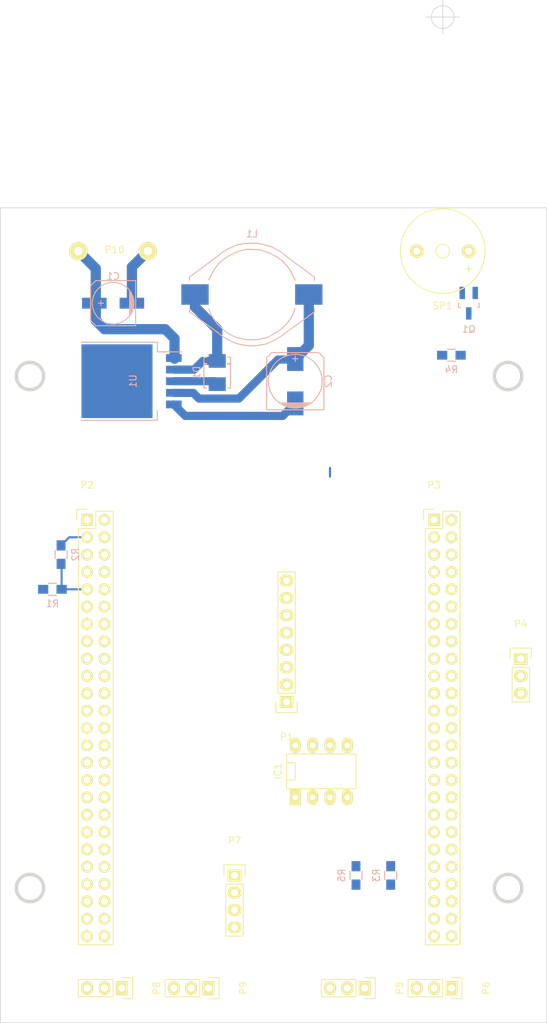
<source format=kicad_pcb>
(kicad_pcb (version 4) (host pcbnew "(2015-04-27 BZR 5626)-product")

  (general
    (links 60)
    (no_connects 48)
    (area 41.859999 69.799999 121.970001 189.280001)
    (thickness 1.6)
    (drawings 14)
    (tracks 44)
    (zones 0)
    (modules 23)
    (nets 107)
  )

  (page A4)
  (layers
    (0 F.Cu signal)
    (31 B.Cu signal)
    (32 B.Adhes user)
    (33 F.Adhes user)
    (34 B.Paste user)
    (35 F.Paste user)
    (36 B.SilkS user)
    (37 F.SilkS user)
    (38 B.Mask user)
    (39 F.Mask user)
    (40 Dwgs.User user)
    (41 Cmts.User user hide)
    (42 Eco1.User user)
    (43 Eco2.User user)
    (44 Edge.Cuts user)
    (45 Margin user)
    (46 B.CrtYd user)
    (47 F.CrtYd user)
    (48 B.Fab user)
    (49 F.Fab user)
  )

  (setup
    (last_trace_width 1.5)
    (user_trace_width 0.4064)
    (user_trace_width 0.6096)
    (user_trace_width 1.2)
    (user_trace_width 1.5)
    (trace_clearance 0.254)
    (zone_clearance 0.508)
    (zone_45_only no)
    (trace_min 0.2)
    (segment_width 0.2)
    (edge_width 0.1)
    (via_size 0.8)
    (via_drill 0.4)
    (via_min_size 0.4)
    (via_min_drill 0.3)
    (uvia_size 0.3)
    (uvia_drill 0.1)
    (uvias_allowed no)
    (uvia_min_size 0.2)
    (uvia_min_drill 0.1)
    (pcb_text_width 0.3)
    (pcb_text_size 1.5 1.5)
    (mod_edge_width 0.15)
    (mod_text_size 1 1)
    (mod_text_width 0.15)
    (pad_size 1.5 1.5)
    (pad_drill 0.6)
    (pad_to_mask_clearance 0)
    (aux_axis_origin 43.18 190.5)
    (grid_origin 54.61 176.53)
    (visible_elements FFFFFF7F)
    (pcbplotparams
      (layerselection 0x00030_80000001)
      (usegerberextensions false)
      (excludeedgelayer true)
      (linewidth 0.100000)
      (plotframeref false)
      (viasonmask false)
      (mode 1)
      (useauxorigin false)
      (hpglpennumber 1)
      (hpglpenspeed 20)
      (hpglpendiameter 15)
      (hpglpenoverlay 2)
      (psnegative false)
      (psa4output false)
      (plotreference true)
      (plotvalue true)
      (plotinvisibletext false)
      (padsonsilk false)
      (subtractmaskfromsilk false)
      (outputformat 1)
      (mirror false)
      (drillshape 1)
      (scaleselection 1)
      (outputdirectory ""))
  )

  (net 0 "")
  (net 1 GND)
  (net 2 I2C1_SCL)
  (net 3 +3V3)
  (net 4 "Net-(P1-Pad5)")
  (net 5 "Net-(P1-Pad6)")
  (net 6 "Net-(P1-Pad7)")
  (net 7 PE4)
  (net 8 "Net-(P2-Pad4)")
  (net 9 "Net-(P2-Pad5)")
  (net 10 "Net-(P2-Pad6)")
  (net 11 "Net-(P2-Pad7)")
  (net 12 "Net-(P2-Pad8)")
  (net 13 ADC_Akkumonitor)
  (net 14 "Net-(P2-Pad10)")
  (net 15 "Net-(P2-Pad11)")
  (net 16 "Net-(P2-Pad12)")
  (net 17 "Net-(P2-Pad13)")
  (net 18 "Net-(P2-Pad14)")
  (net 19 "Net-(P2-Pad15)")
  (net 20 "Net-(P2-Pad16)")
  (net 21 "Net-(P2-Pad17)")
  (net 22 "Net-(P2-Pad18)")
  (net 23 "Net-(P2-Pad19)")
  (net 24 "Net-(P2-Pad20)")
  (net 25 "Net-(P2-Pad21)")
  (net 26 "Net-(P2-Pad22)")
  (net 27 "Net-(P2-Pad23)")
  (net 28 "Net-(P2-Pad24)")
  (net 29 "Net-(P2-Pad25)")
  (net 30 "Net-(P2-Pad26)")
  (net 31 "Net-(P2-Pad27)")
  (net 32 "Net-(P2-Pad28)")
  (net 33 "Net-(P2-Pad29)")
  (net 34 "Net-(P2-Pad30)")
  (net 35 "Net-(P2-Pad31)")
  (net 36 "Net-(P2-Pad32)")
  (net 37 "Net-(P2-Pad33)")
  (net 38 "Net-(P2-Pad34)")
  (net 39 "Net-(P2-Pad35)")
  (net 40 "Net-(P2-Pad36)")
  (net 41 "Net-(P2-Pad37)")
  (net 42 "Net-(P2-Pad38)")
  (net 43 "Net-(P2-Pad39)")
  (net 44 "Net-(P2-Pad40)")
  (net 45 "Net-(P2-Pad41)")
  (net 46 "Net-(P2-Pad42)")
  (net 47 "Net-(P2-Pad43)")
  (net 48 "Net-(P2-Pad44)")
  (net 49 "Net-(P2-Pad45)")
  (net 50 "Net-(P2-Pad46)")
  (net 51 +5V)
  (net 52 "Net-(P3-Pad3)")
  (net 53 "Net-(P3-Pad4)")
  (net 54 "Net-(P3-Pad5)")
  (net 55 "Net-(P3-Pad6)")
  (net 56 "Net-(P3-Pad7)")
  (net 57 "Net-(P3-Pad8)")
  (net 58 "Net-(P3-Pad9)")
  (net 59 "Net-(P3-Pad10)")
  (net 60 "Net-(P3-Pad12)")
  (net 61 "Net-(P3-Pad13)")
  (net 62 "Net-(P3-Pad14)")
  (net 63 "Net-(P3-Pad15)")
  (net 64 "Net-(P3-Pad16)")
  (net 65 "Net-(P3-Pad18)")
  (net 66 "Net-(P3-Pad19)")
  (net 67 "Net-(P3-Pad20)")
  (net 68 "Net-(P3-Pad23)")
  (net 69 "Net-(P3-Pad24)")
  (net 70 "Net-(P3-Pad25)")
  (net 71 "Net-(P3-Pad26)")
  (net 72 "Net-(P3-Pad27)")
  (net 73 "Net-(P3-Pad28)")
  (net 74 "Net-(P3-Pad29)")
  (net 75 "Net-(P3-Pad30)")
  (net 76 "Net-(P3-Pad31)")
  (net 77 "Net-(P3-Pad32)")
  (net 78 "Net-(P3-Pad33)")
  (net 79 "Net-(P3-Pad34)")
  (net 80 "Net-(P3-Pad35)")
  (net 81 "Net-(P3-Pad36)")
  (net 82 "Net-(P3-Pad37)")
  (net 83 "Net-(P3-Pad38)")
  (net 84 "Net-(P3-Pad39)")
  (net 85 "Net-(P3-Pad40)")
  (net 86 "Net-(P3-Pad41)")
  (net 87 "Net-(P3-Pad42)")
  (net 88 I2C2_SCL)
  (net 89 "Net-(P3-Pad45)")
  (net 90 PC9)
  (net 91 MOTOR3)
  (net 92 "Net-(P3-Pad48)")
  (net 93 "Net-(P5-Pad2)")
  (net 94 "Net-(P6-Pad2)")
  (net 95 "Net-(P8-Pad2)")
  (net 96 "Net-(P9-Pad2)")
  (net 97 "Net-(Q1-Pad1)")
  (net 98 "Net-(Q1-Pad3)")
  (net 99 +BATT)
  (net 100 Beeper_PIN)
  (net 101 I2C1_SDA)
  (net 102 /pwr)
  (net 103 MOTOR1)
  (net 104 MOTOR2)
  (net 105 RC_Signal)
  (net 106 I2C2_SDA)

  (net_class Default "This is the default net class."
    (clearance 0.254)
    (trace_width 0.3048)
    (via_dia 0.8)
    (via_drill 0.4)
    (uvia_dia 0.3)
    (uvia_drill 0.1)
    (add_net +3V3)
    (add_net +5V)
    (add_net ADC_Akkumonitor)
    (add_net Beeper_PIN)
    (add_net GND)
    (add_net I2C1_SCL)
    (add_net I2C1_SDA)
    (add_net I2C2_SCL)
    (add_net I2C2_SDA)
    (add_net MOTOR1)
    (add_net MOTOR2)
    (add_net MOTOR3)
    (add_net "Net-(P1-Pad5)")
    (add_net "Net-(P1-Pad6)")
    (add_net "Net-(P1-Pad7)")
    (add_net "Net-(P2-Pad10)")
    (add_net "Net-(P2-Pad11)")
    (add_net "Net-(P2-Pad12)")
    (add_net "Net-(P2-Pad13)")
    (add_net "Net-(P2-Pad14)")
    (add_net "Net-(P2-Pad15)")
    (add_net "Net-(P2-Pad16)")
    (add_net "Net-(P2-Pad17)")
    (add_net "Net-(P2-Pad18)")
    (add_net "Net-(P2-Pad19)")
    (add_net "Net-(P2-Pad20)")
    (add_net "Net-(P2-Pad21)")
    (add_net "Net-(P2-Pad22)")
    (add_net "Net-(P2-Pad23)")
    (add_net "Net-(P2-Pad24)")
    (add_net "Net-(P2-Pad25)")
    (add_net "Net-(P2-Pad26)")
    (add_net "Net-(P2-Pad27)")
    (add_net "Net-(P2-Pad28)")
    (add_net "Net-(P2-Pad29)")
    (add_net "Net-(P2-Pad30)")
    (add_net "Net-(P2-Pad31)")
    (add_net "Net-(P2-Pad32)")
    (add_net "Net-(P2-Pad33)")
    (add_net "Net-(P2-Pad34)")
    (add_net "Net-(P2-Pad35)")
    (add_net "Net-(P2-Pad36)")
    (add_net "Net-(P2-Pad37)")
    (add_net "Net-(P2-Pad38)")
    (add_net "Net-(P2-Pad39)")
    (add_net "Net-(P2-Pad4)")
    (add_net "Net-(P2-Pad40)")
    (add_net "Net-(P2-Pad41)")
    (add_net "Net-(P2-Pad42)")
    (add_net "Net-(P2-Pad43)")
    (add_net "Net-(P2-Pad44)")
    (add_net "Net-(P2-Pad45)")
    (add_net "Net-(P2-Pad46)")
    (add_net "Net-(P2-Pad5)")
    (add_net "Net-(P2-Pad6)")
    (add_net "Net-(P2-Pad7)")
    (add_net "Net-(P2-Pad8)")
    (add_net "Net-(P3-Pad10)")
    (add_net "Net-(P3-Pad12)")
    (add_net "Net-(P3-Pad13)")
    (add_net "Net-(P3-Pad14)")
    (add_net "Net-(P3-Pad15)")
    (add_net "Net-(P3-Pad16)")
    (add_net "Net-(P3-Pad18)")
    (add_net "Net-(P3-Pad19)")
    (add_net "Net-(P3-Pad20)")
    (add_net "Net-(P3-Pad23)")
    (add_net "Net-(P3-Pad24)")
    (add_net "Net-(P3-Pad25)")
    (add_net "Net-(P3-Pad26)")
    (add_net "Net-(P3-Pad27)")
    (add_net "Net-(P3-Pad28)")
    (add_net "Net-(P3-Pad29)")
    (add_net "Net-(P3-Pad3)")
    (add_net "Net-(P3-Pad30)")
    (add_net "Net-(P3-Pad31)")
    (add_net "Net-(P3-Pad32)")
    (add_net "Net-(P3-Pad33)")
    (add_net "Net-(P3-Pad34)")
    (add_net "Net-(P3-Pad35)")
    (add_net "Net-(P3-Pad36)")
    (add_net "Net-(P3-Pad37)")
    (add_net "Net-(P3-Pad38)")
    (add_net "Net-(P3-Pad39)")
    (add_net "Net-(P3-Pad4)")
    (add_net "Net-(P3-Pad40)")
    (add_net "Net-(P3-Pad41)")
    (add_net "Net-(P3-Pad42)")
    (add_net "Net-(P3-Pad45)")
    (add_net "Net-(P3-Pad48)")
    (add_net "Net-(P3-Pad5)")
    (add_net "Net-(P3-Pad6)")
    (add_net "Net-(P3-Pad7)")
    (add_net "Net-(P3-Pad8)")
    (add_net "Net-(P3-Pad9)")
    (add_net "Net-(P5-Pad2)")
    (add_net "Net-(P6-Pad2)")
    (add_net "Net-(P8-Pad2)")
    (add_net "Net-(P9-Pad2)")
    (add_net "Net-(Q1-Pad1)")
    (add_net "Net-(Q1-Pad3)")
    (add_net PC9)
    (add_net PE4)
    (add_net RC_Signal)
  )

  (net_class bla ""
    (clearance 0.254)
    (trace_width 0.4064)
    (via_dia 0.8)
    (via_drill 0.4)
    (uvia_dia 0.3)
    (uvia_drill 0.1)
  )

  (net_class power_switch ""
    (clearance 0.254)
    (trace_width 1.2)
    (via_dia 0.8)
    (via_drill 0.4)
    (uvia_dia 0.3)
    (uvia_drill 0.1)
    (add_net +BATT)
    (add_net /pwr)
  )

  (module Sockets_DIP:DIP-8__300_ELL (layer F.Cu) (tedit 554252D9) (tstamp 55422112)
    (at 88.9 152.4)
    (descr "8 pins DIL package, elliptical pads")
    (tags DIL)
    (path /55421230)
    (fp_text reference IC1 (at -6.35 0 90) (layer F.SilkS)
      (effects (font (size 1 1) (thickness 0.15)))
    )
    (fp_text value AT24CS02-SSHM (at 0 0) (layer F.Fab)
      (effects (font (size 1 1) (thickness 0.15)))
    )
    (fp_line (start -5.08 -1.27) (end -3.81 -1.27) (layer F.SilkS) (width 0.15))
    (fp_line (start -3.81 -1.27) (end -3.81 1.27) (layer F.SilkS) (width 0.15))
    (fp_line (start -3.81 1.27) (end -5.08 1.27) (layer F.SilkS) (width 0.15))
    (fp_line (start -5.08 -2.54) (end 5.08 -2.54) (layer F.SilkS) (width 0.15))
    (fp_line (start 5.08 -2.54) (end 5.08 2.54) (layer F.SilkS) (width 0.15))
    (fp_line (start 5.08 2.54) (end -5.08 2.54) (layer F.SilkS) (width 0.15))
    (fp_line (start -5.08 2.54) (end -5.08 -2.54) (layer F.SilkS) (width 0.15))
    (pad 1 thru_hole rect (at -3.81 3.81) (size 1.5748 2.286) (drill 0.8128) (layers *.Cu *.Mask F.SilkS)
      (net 1 GND))
    (pad 2 thru_hole oval (at -1.27 3.81) (size 1.5748 2.286) (drill 0.8128) (layers *.Cu *.Mask F.SilkS)
      (net 1 GND))
    (pad 3 thru_hole oval (at 1.27 3.81) (size 1.5748 2.286) (drill 0.8128) (layers *.Cu *.Mask F.SilkS)
      (net 1 GND))
    (pad 4 thru_hole oval (at 3.81 3.81) (size 1.5748 2.286) (drill 0.8128) (layers *.Cu *.Mask F.SilkS)
      (net 1 GND))
    (pad 5 thru_hole oval (at 3.81 -3.81) (size 1.5748 2.286) (drill 0.8128) (layers *.Cu *.Mask F.SilkS)
      (net 101 I2C1_SDA))
    (pad 6 thru_hole oval (at 1.27 -3.81) (size 1.5748 2.286) (drill 0.8128) (layers *.Cu *.Mask F.SilkS)
      (net 2 I2C1_SCL))
    (pad 7 thru_hole oval (at -1.27 -3.81) (size 1.5748 2.286) (drill 0.8128) (layers *.Cu *.Mask F.SilkS)
      (net 1 GND))
    (pad 8 thru_hole oval (at -3.81 -3.81) (size 1.5748 2.286) (drill 0.8128) (layers *.Cu *.Mask F.SilkS)
      (net 3 +3V3))
    (model Sockets_DIP.3dshapes/DIP-8__300_ELL.wrl
      (at (xyz 0 0 0))
      (scale (xyz 1 1 1))
      (rotate (xyz 0 0 0))
    )
  )

  (module Pin_Headers:Pin_Header_Straight_1x08 (layer F.Cu) (tedit 0) (tstamp 5542211E)
    (at 83.82 142.24 180)
    (descr "Through hole pin header")
    (tags "pin header")
    (path /553FF0BA)
    (fp_text reference P1 (at 0 -5.1 180) (layer F.SilkS)
      (effects (font (size 1 1) (thickness 0.15)))
    )
    (fp_text value MPU9150 (at 0 -3.1 180) (layer F.Fab)
      (effects (font (size 1 1) (thickness 0.15)))
    )
    (fp_line (start -1.75 -1.75) (end -1.75 19.55) (layer F.CrtYd) (width 0.05))
    (fp_line (start 1.75 -1.75) (end 1.75 19.55) (layer F.CrtYd) (width 0.05))
    (fp_line (start -1.75 -1.75) (end 1.75 -1.75) (layer F.CrtYd) (width 0.05))
    (fp_line (start -1.75 19.55) (end 1.75 19.55) (layer F.CrtYd) (width 0.05))
    (fp_line (start 1.27 1.27) (end 1.27 19.05) (layer F.SilkS) (width 0.15))
    (fp_line (start 1.27 19.05) (end -1.27 19.05) (layer F.SilkS) (width 0.15))
    (fp_line (start -1.27 19.05) (end -1.27 1.27) (layer F.SilkS) (width 0.15))
    (fp_line (start 1.55 -1.55) (end 1.55 0) (layer F.SilkS) (width 0.15))
    (fp_line (start 1.27 1.27) (end -1.27 1.27) (layer F.SilkS) (width 0.15))
    (fp_line (start -1.55 0) (end -1.55 -1.55) (layer F.SilkS) (width 0.15))
    (fp_line (start -1.55 -1.55) (end 1.55 -1.55) (layer F.SilkS) (width 0.15))
    (pad 1 thru_hole rect (at 0 0 180) (size 2.032 1.7272) (drill 1.016) (layers *.Cu *.Mask F.SilkS)
      (net 3 +3V3))
    (pad 2 thru_hole oval (at 0 2.54 180) (size 2.032 1.7272) (drill 1.016) (layers *.Cu *.Mask F.SilkS)
      (net 1 GND))
    (pad 3 thru_hole oval (at 0 5.08 180) (size 2.032 1.7272) (drill 1.016) (layers *.Cu *.Mask F.SilkS)
      (net 2 I2C1_SCL))
    (pad 4 thru_hole oval (at 0 7.62 180) (size 2.032 1.7272) (drill 1.016) (layers *.Cu *.Mask F.SilkS)
      (net 101 I2C1_SDA))
    (pad 5 thru_hole oval (at 0 10.16 180) (size 2.032 1.7272) (drill 1.016) (layers *.Cu *.Mask F.SilkS)
      (net 4 "Net-(P1-Pad5)"))
    (pad 6 thru_hole oval (at 0 12.7 180) (size 2.032 1.7272) (drill 1.016) (layers *.Cu *.Mask F.SilkS)
      (net 5 "Net-(P1-Pad6)"))
    (pad 7 thru_hole oval (at 0 15.24 180) (size 2.032 1.7272) (drill 1.016) (layers *.Cu *.Mask F.SilkS)
      (net 6 "Net-(P1-Pad7)"))
    (pad 8 thru_hole oval (at 0 17.78 180) (size 2.032 1.7272) (drill 1.016) (layers *.Cu *.Mask F.SilkS)
      (net 7 PE4))
    (model Pin_Headers.3dshapes/Pin_Header_Straight_1x08.wrl
      (at (xyz 0 -0.35 0))
      (scale (xyz 1 1 1))
      (rotate (xyz 0 0 90))
    )
  )

  (module Pin_Headers:Pin_Header_Straight_2x25 locked (layer F.Cu) (tedit 0) (tstamp 55422154)
    (at 54.61 115.57)
    (descr "Through hole pin header")
    (tags "pin header")
    (path /554227C0)
    (fp_text reference P2 (at 0 -5.1) (layer F.SilkS)
      (effects (font (size 1 1) (thickness 0.15)))
    )
    (fp_text value stm32discovery_left (at 0 -3.1) (layer F.Fab)
      (effects (font (size 1 1) (thickness 0.15)))
    )
    (fp_line (start -1.75 -1.75) (end -1.75 62.75) (layer F.CrtYd) (width 0.05))
    (fp_line (start 4.3 -1.75) (end 4.3 62.75) (layer F.CrtYd) (width 0.05))
    (fp_line (start -1.75 -1.75) (end 4.3 -1.75) (layer F.CrtYd) (width 0.05))
    (fp_line (start -1.75 62.75) (end 4.3 62.75) (layer F.CrtYd) (width 0.05))
    (fp_line (start -1.27 1.27) (end -1.27 62.23) (layer F.SilkS) (width 0.15))
    (fp_line (start 3.81 62.23) (end 3.81 -1.27) (layer F.SilkS) (width 0.15))
    (fp_line (start 3.81 62.23) (end -1.27 62.23) (layer F.SilkS) (width 0.15))
    (fp_line (start 3.81 -1.27) (end 1.27 -1.27) (layer F.SilkS) (width 0.15))
    (fp_line (start 0 -1.55) (end -1.55 -1.55) (layer F.SilkS) (width 0.15))
    (fp_line (start 1.27 -1.27) (end 1.27 1.27) (layer F.SilkS) (width 0.15))
    (fp_line (start 1.27 1.27) (end -1.27 1.27) (layer F.SilkS) (width 0.15))
    (fp_line (start -1.55 -1.55) (end -1.55 0) (layer F.SilkS) (width 0.15))
    (pad 1 thru_hole rect (at 0 0) (size 1.7272 1.7272) (drill 1.016) (layers *.Cu *.Mask F.SilkS)
      (net 3 +3V3))
    (pad 2 thru_hole oval (at 2.54 0) (size 1.7272 1.7272) (drill 1.016) (layers *.Cu *.Mask F.SilkS)
      (net 3 +3V3))
    (pad 3 thru_hole oval (at 0 2.54) (size 1.7272 1.7272) (drill 1.016) (layers *.Cu *.Mask F.SilkS)
      (net 1 GND))
    (pad 4 thru_hole oval (at 2.54 2.54) (size 1.7272 1.7272) (drill 1.016) (layers *.Cu *.Mask F.SilkS)
      (net 8 "Net-(P2-Pad4)"))
    (pad 5 thru_hole oval (at 0 5.08) (size 1.7272 1.7272) (drill 1.016) (layers *.Cu *.Mask F.SilkS)
      (net 9 "Net-(P2-Pad5)"))
    (pad 6 thru_hole oval (at 2.54 5.08) (size 1.7272 1.7272) (drill 1.016) (layers *.Cu *.Mask F.SilkS)
      (net 10 "Net-(P2-Pad6)"))
    (pad 7 thru_hole oval (at 0 7.62) (size 1.7272 1.7272) (drill 1.016) (layers *.Cu *.Mask F.SilkS)
      (net 11 "Net-(P2-Pad7)"))
    (pad 8 thru_hole oval (at 2.54 7.62) (size 1.7272 1.7272) (drill 1.016) (layers *.Cu *.Mask F.SilkS)
      (net 12 "Net-(P2-Pad8)"))
    (pad 9 thru_hole oval (at 0 10.16) (size 1.7272 1.7272) (drill 1.016) (layers *.Cu *.Mask F.SilkS)
      (net 13 ADC_Akkumonitor))
    (pad 10 thru_hole oval (at 2.54 10.16) (size 1.7272 1.7272) (drill 1.016) (layers *.Cu *.Mask F.SilkS)
      (net 14 "Net-(P2-Pad10)"))
    (pad 11 thru_hole oval (at 0 12.7) (size 1.7272 1.7272) (drill 1.016) (layers *.Cu *.Mask F.SilkS)
      (net 15 "Net-(P2-Pad11)"))
    (pad 12 thru_hole oval (at 2.54 12.7) (size 1.7272 1.7272) (drill 1.016) (layers *.Cu *.Mask F.SilkS)
      (net 16 "Net-(P2-Pad12)"))
    (pad 13 thru_hole oval (at 0 15.24) (size 1.7272 1.7272) (drill 1.016) (layers *.Cu *.Mask F.SilkS)
      (net 17 "Net-(P2-Pad13)"))
    (pad 14 thru_hole oval (at 2.54 15.24) (size 1.7272 1.7272) (drill 1.016) (layers *.Cu *.Mask F.SilkS)
      (net 18 "Net-(P2-Pad14)"))
    (pad 15 thru_hole oval (at 0 17.78) (size 1.7272 1.7272) (drill 1.016) (layers *.Cu *.Mask F.SilkS)
      (net 19 "Net-(P2-Pad15)"))
    (pad 16 thru_hole oval (at 2.54 17.78) (size 1.7272 1.7272) (drill 1.016) (layers *.Cu *.Mask F.SilkS)
      (net 20 "Net-(P2-Pad16)"))
    (pad 17 thru_hole oval (at 0 20.32) (size 1.7272 1.7272) (drill 1.016) (layers *.Cu *.Mask F.SilkS)
      (net 21 "Net-(P2-Pad17)"))
    (pad 18 thru_hole oval (at 2.54 20.32) (size 1.7272 1.7272) (drill 1.016) (layers *.Cu *.Mask F.SilkS)
      (net 22 "Net-(P2-Pad18)"))
    (pad 19 thru_hole oval (at 0 22.86) (size 1.7272 1.7272) (drill 1.016) (layers *.Cu *.Mask F.SilkS)
      (net 23 "Net-(P2-Pad19)"))
    (pad 20 thru_hole oval (at 2.54 22.86) (size 1.7272 1.7272) (drill 1.016) (layers *.Cu *.Mask F.SilkS)
      (net 24 "Net-(P2-Pad20)"))
    (pad 21 thru_hole oval (at 0 25.4) (size 1.7272 1.7272) (drill 1.016) (layers *.Cu *.Mask F.SilkS)
      (net 25 "Net-(P2-Pad21)"))
    (pad 22 thru_hole oval (at 2.54 25.4) (size 1.7272 1.7272) (drill 1.016) (layers *.Cu *.Mask F.SilkS)
      (net 26 "Net-(P2-Pad22)"))
    (pad 23 thru_hole oval (at 0 27.94) (size 1.7272 1.7272) (drill 1.016) (layers *.Cu *.Mask F.SilkS)
      (net 27 "Net-(P2-Pad23)"))
    (pad 24 thru_hole oval (at 2.54 27.94) (size 1.7272 1.7272) (drill 1.016) (layers *.Cu *.Mask F.SilkS)
      (net 28 "Net-(P2-Pad24)"))
    (pad 25 thru_hole oval (at 0 30.48) (size 1.7272 1.7272) (drill 1.016) (layers *.Cu *.Mask F.SilkS)
      (net 29 "Net-(P2-Pad25)"))
    (pad 26 thru_hole oval (at 2.54 30.48) (size 1.7272 1.7272) (drill 1.016) (layers *.Cu *.Mask F.SilkS)
      (net 30 "Net-(P2-Pad26)"))
    (pad 27 thru_hole oval (at 0 33.02) (size 1.7272 1.7272) (drill 1.016) (layers *.Cu *.Mask F.SilkS)
      (net 31 "Net-(P2-Pad27)"))
    (pad 28 thru_hole oval (at 2.54 33.02) (size 1.7272 1.7272) (drill 1.016) (layers *.Cu *.Mask F.SilkS)
      (net 32 "Net-(P2-Pad28)"))
    (pad 29 thru_hole oval (at 0 35.56) (size 1.7272 1.7272) (drill 1.016) (layers *.Cu *.Mask F.SilkS)
      (net 33 "Net-(P2-Pad29)"))
    (pad 30 thru_hole oval (at 2.54 35.56) (size 1.7272 1.7272) (drill 1.016) (layers *.Cu *.Mask F.SilkS)
      (net 34 "Net-(P2-Pad30)"))
    (pad 31 thru_hole oval (at 0 38.1) (size 1.7272 1.7272) (drill 1.016) (layers *.Cu *.Mask F.SilkS)
      (net 35 "Net-(P2-Pad31)"))
    (pad 32 thru_hole oval (at 2.54 38.1) (size 1.7272 1.7272) (drill 1.016) (layers *.Cu *.Mask F.SilkS)
      (net 36 "Net-(P2-Pad32)"))
    (pad 33 thru_hole oval (at 0 40.64) (size 1.7272 1.7272) (drill 1.016) (layers *.Cu *.Mask F.SilkS)
      (net 37 "Net-(P2-Pad33)"))
    (pad 34 thru_hole oval (at 2.54 40.64) (size 1.7272 1.7272) (drill 1.016) (layers *.Cu *.Mask F.SilkS)
      (net 38 "Net-(P2-Pad34)"))
    (pad 35 thru_hole oval (at 0 43.18) (size 1.7272 1.7272) (drill 1.016) (layers *.Cu *.Mask F.SilkS)
      (net 39 "Net-(P2-Pad35)"))
    (pad 36 thru_hole oval (at 2.54 43.18) (size 1.7272 1.7272) (drill 1.016) (layers *.Cu *.Mask F.SilkS)
      (net 40 "Net-(P2-Pad36)"))
    (pad 37 thru_hole oval (at 0 45.72) (size 1.7272 1.7272) (drill 1.016) (layers *.Cu *.Mask F.SilkS)
      (net 41 "Net-(P2-Pad37)"))
    (pad 38 thru_hole oval (at 2.54 45.72) (size 1.7272 1.7272) (drill 1.016) (layers *.Cu *.Mask F.SilkS)
      (net 42 "Net-(P2-Pad38)"))
    (pad 39 thru_hole oval (at 0 48.26) (size 1.7272 1.7272) (drill 1.016) (layers *.Cu *.Mask F.SilkS)
      (net 43 "Net-(P2-Pad39)"))
    (pad 40 thru_hole oval (at 2.54 48.26) (size 1.7272 1.7272) (drill 1.016) (layers *.Cu *.Mask F.SilkS)
      (net 44 "Net-(P2-Pad40)"))
    (pad 41 thru_hole oval (at 0 50.8) (size 1.7272 1.7272) (drill 1.016) (layers *.Cu *.Mask F.SilkS)
      (net 45 "Net-(P2-Pad41)"))
    (pad 42 thru_hole oval (at 2.54 50.8) (size 1.7272 1.7272) (drill 1.016) (layers *.Cu *.Mask F.SilkS)
      (net 46 "Net-(P2-Pad42)"))
    (pad 43 thru_hole oval (at 0 53.34) (size 1.7272 1.7272) (drill 1.016) (layers *.Cu *.Mask F.SilkS)
      (net 47 "Net-(P2-Pad43)"))
    (pad 44 thru_hole oval (at 2.54 53.34) (size 1.7272 1.7272) (drill 1.016) (layers *.Cu *.Mask F.SilkS)
      (net 48 "Net-(P2-Pad44)"))
    (pad 45 thru_hole oval (at 0 55.88) (size 1.7272 1.7272) (drill 1.016) (layers *.Cu *.Mask F.SilkS)
      (net 49 "Net-(P2-Pad45)"))
    (pad 46 thru_hole oval (at 2.54 55.88) (size 1.7272 1.7272) (drill 1.016) (layers *.Cu *.Mask F.SilkS)
      (net 50 "Net-(P2-Pad46)"))
    (pad 47 thru_hole oval (at 0 58.42) (size 1.7272 1.7272) (drill 1.016) (layers *.Cu *.Mask F.SilkS)
      (net 103 MOTOR1))
    (pad 48 thru_hole oval (at 2.54 58.42) (size 1.7272 1.7272) (drill 1.016) (layers *.Cu *.Mask F.SilkS)
      (net 104 MOTOR2))
    (pad 49 thru_hole oval (at 0 60.96) (size 1.7272 1.7272) (drill 1.016) (layers *.Cu *.Mask F.SilkS)
      (net 1 GND))
    (pad 50 thru_hole oval (at 2.54 60.96) (size 1.7272 1.7272) (drill 1.016) (layers *.Cu *.Mask F.SilkS)
      (net 1 GND))
    (model Pin_Headers.3dshapes/Pin_Header_Straight_2x25.wrl
      (at (xyz 0.05 -1.2 0))
      (scale (xyz 1 1 1))
      (rotate (xyz 0 0 90))
    )
  )

  (module Pin_Headers:Pin_Header_Straight_2x25 locked (layer F.Cu) (tedit 0) (tstamp 5542218A)
    (at 105.41 115.57)
    (descr "Through hole pin header")
    (tags "pin header")
    (path /55422957)
    (fp_text reference P3 (at 0 -5.1) (layer F.SilkS)
      (effects (font (size 1 1) (thickness 0.15)))
    )
    (fp_text value stm32discovery_right (at 0 -3.1) (layer F.Fab)
      (effects (font (size 1 1) (thickness 0.15)))
    )
    (fp_line (start -1.75 -1.75) (end -1.75 62.75) (layer F.CrtYd) (width 0.05))
    (fp_line (start 4.3 -1.75) (end 4.3 62.75) (layer F.CrtYd) (width 0.05))
    (fp_line (start -1.75 -1.75) (end 4.3 -1.75) (layer F.CrtYd) (width 0.05))
    (fp_line (start -1.75 62.75) (end 4.3 62.75) (layer F.CrtYd) (width 0.05))
    (fp_line (start -1.27 1.27) (end -1.27 62.23) (layer F.SilkS) (width 0.15))
    (fp_line (start 3.81 62.23) (end 3.81 -1.27) (layer F.SilkS) (width 0.15))
    (fp_line (start 3.81 62.23) (end -1.27 62.23) (layer F.SilkS) (width 0.15))
    (fp_line (start 3.81 -1.27) (end 1.27 -1.27) (layer F.SilkS) (width 0.15))
    (fp_line (start 0 -1.55) (end -1.55 -1.55) (layer F.SilkS) (width 0.15))
    (fp_line (start 1.27 -1.27) (end 1.27 1.27) (layer F.SilkS) (width 0.15))
    (fp_line (start 1.27 1.27) (end -1.27 1.27) (layer F.SilkS) (width 0.15))
    (fp_line (start -1.55 -1.55) (end -1.55 0) (layer F.SilkS) (width 0.15))
    (pad 1 thru_hole rect (at 0 0) (size 1.7272 1.7272) (drill 1.016) (layers *.Cu *.Mask F.SilkS)
      (net 51 +5V))
    (pad 2 thru_hole oval (at 2.54 0) (size 1.7272 1.7272) (drill 1.016) (layers *.Cu *.Mask F.SilkS)
      (net 51 +5V))
    (pad 3 thru_hole oval (at 0 2.54) (size 1.7272 1.7272) (drill 1.016) (layers *.Cu *.Mask F.SilkS)
      (net 52 "Net-(P3-Pad3)"))
    (pad 4 thru_hole oval (at 2.54 2.54) (size 1.7272 1.7272) (drill 1.016) (layers *.Cu *.Mask F.SilkS)
      (net 53 "Net-(P3-Pad4)"))
    (pad 5 thru_hole oval (at 0 5.08) (size 1.7272 1.7272) (drill 1.016) (layers *.Cu *.Mask F.SilkS)
      (net 54 "Net-(P3-Pad5)"))
    (pad 6 thru_hole oval (at 2.54 5.08) (size 1.7272 1.7272) (drill 1.016) (layers *.Cu *.Mask F.SilkS)
      (net 55 "Net-(P3-Pad6)"))
    (pad 7 thru_hole oval (at 0 7.62) (size 1.7272 1.7272) (drill 1.016) (layers *.Cu *.Mask F.SilkS)
      (net 56 "Net-(P3-Pad7)"))
    (pad 8 thru_hole oval (at 2.54 7.62) (size 1.7272 1.7272) (drill 1.016) (layers *.Cu *.Mask F.SilkS)
      (net 57 "Net-(P3-Pad8)"))
    (pad 9 thru_hole oval (at 0 10.16) (size 1.7272 1.7272) (drill 1.016) (layers *.Cu *.Mask F.SilkS)
      (net 58 "Net-(P3-Pad9)"))
    (pad 10 thru_hole oval (at 2.54 10.16) (size 1.7272 1.7272) (drill 1.016) (layers *.Cu *.Mask F.SilkS)
      (net 59 "Net-(P3-Pad10)"))
    (pad 11 thru_hole oval (at 0 12.7) (size 1.7272 1.7272) (drill 1.016) (layers *.Cu *.Mask F.SilkS)
      (net 7 PE4))
    (pad 12 thru_hole oval (at 2.54 12.7) (size 1.7272 1.7272) (drill 1.016) (layers *.Cu *.Mask F.SilkS)
      (net 60 "Net-(P3-Pad12)"))
    (pad 13 thru_hole oval (at 0 15.24) (size 1.7272 1.7272) (drill 1.016) (layers *.Cu *.Mask F.SilkS)
      (net 61 "Net-(P3-Pad13)"))
    (pad 14 thru_hole oval (at 2.54 15.24) (size 1.7272 1.7272) (drill 1.016) (layers *.Cu *.Mask F.SilkS)
      (net 62 "Net-(P3-Pad14)"))
    (pad 15 thru_hole oval (at 0 17.78) (size 1.7272 1.7272) (drill 1.016) (layers *.Cu *.Mask F.SilkS)
      (net 63 "Net-(P3-Pad15)"))
    (pad 16 thru_hole oval (at 2.54 17.78) (size 1.7272 1.7272) (drill 1.016) (layers *.Cu *.Mask F.SilkS)
      (net 64 "Net-(P3-Pad16)"))
    (pad 17 thru_hole oval (at 0 20.32) (size 1.7272 1.7272) (drill 1.016) (layers *.Cu *.Mask F.SilkS)
      (net 105 RC_Signal))
    (pad 18 thru_hole oval (at 2.54 20.32) (size 1.7272 1.7272) (drill 1.016) (layers *.Cu *.Mask F.SilkS)
      (net 65 "Net-(P3-Pad18)"))
    (pad 19 thru_hole oval (at 0 22.86) (size 1.7272 1.7272) (drill 1.016) (layers *.Cu *.Mask F.SilkS)
      (net 66 "Net-(P3-Pad19)"))
    (pad 20 thru_hole oval (at 2.54 22.86) (size 1.7272 1.7272) (drill 1.016) (layers *.Cu *.Mask F.SilkS)
      (net 67 "Net-(P3-Pad20)"))
    (pad 21 thru_hole oval (at 0 25.4) (size 1.7272 1.7272) (drill 1.016) (layers *.Cu *.Mask F.SilkS)
      (net 2 I2C1_SCL))
    (pad 22 thru_hole oval (at 2.54 25.4) (size 1.7272 1.7272) (drill 1.016) (layers *.Cu *.Mask F.SilkS)
      (net 101 I2C1_SDA))
    (pad 23 thru_hole oval (at 0 27.94) (size 1.7272 1.7272) (drill 1.016) (layers *.Cu *.Mask F.SilkS)
      (net 68 "Net-(P3-Pad23)"))
    (pad 24 thru_hole oval (at 2.54 27.94) (size 1.7272 1.7272) (drill 1.016) (layers *.Cu *.Mask F.SilkS)
      (net 69 "Net-(P3-Pad24)"))
    (pad 25 thru_hole oval (at 0 30.48) (size 1.7272 1.7272) (drill 1.016) (layers *.Cu *.Mask F.SilkS)
      (net 70 "Net-(P3-Pad25)"))
    (pad 26 thru_hole oval (at 2.54 30.48) (size 1.7272 1.7272) (drill 1.016) (layers *.Cu *.Mask F.SilkS)
      (net 71 "Net-(P3-Pad26)"))
    (pad 27 thru_hole oval (at 0 33.02) (size 1.7272 1.7272) (drill 1.016) (layers *.Cu *.Mask F.SilkS)
      (net 72 "Net-(P3-Pad27)"))
    (pad 28 thru_hole oval (at 2.54 33.02) (size 1.7272 1.7272) (drill 1.016) (layers *.Cu *.Mask F.SilkS)
      (net 73 "Net-(P3-Pad28)"))
    (pad 29 thru_hole oval (at 0 35.56) (size 1.7272 1.7272) (drill 1.016) (layers *.Cu *.Mask F.SilkS)
      (net 74 "Net-(P3-Pad29)"))
    (pad 30 thru_hole oval (at 2.54 35.56) (size 1.7272 1.7272) (drill 1.016) (layers *.Cu *.Mask F.SilkS)
      (net 75 "Net-(P3-Pad30)"))
    (pad 31 thru_hole oval (at 0 38.1) (size 1.7272 1.7272) (drill 1.016) (layers *.Cu *.Mask F.SilkS)
      (net 76 "Net-(P3-Pad31)"))
    (pad 32 thru_hole oval (at 2.54 38.1) (size 1.7272 1.7272) (drill 1.016) (layers *.Cu *.Mask F.SilkS)
      (net 77 "Net-(P3-Pad32)"))
    (pad 33 thru_hole oval (at 0 40.64) (size 1.7272 1.7272) (drill 1.016) (layers *.Cu *.Mask F.SilkS)
      (net 78 "Net-(P3-Pad33)"))
    (pad 34 thru_hole oval (at 2.54 40.64) (size 1.7272 1.7272) (drill 1.016) (layers *.Cu *.Mask F.SilkS)
      (net 79 "Net-(P3-Pad34)"))
    (pad 35 thru_hole oval (at 0 43.18) (size 1.7272 1.7272) (drill 1.016) (layers *.Cu *.Mask F.SilkS)
      (net 80 "Net-(P3-Pad35)"))
    (pad 36 thru_hole oval (at 2.54 43.18) (size 1.7272 1.7272) (drill 1.016) (layers *.Cu *.Mask F.SilkS)
      (net 81 "Net-(P3-Pad36)"))
    (pad 37 thru_hole oval (at 0 45.72) (size 1.7272 1.7272) (drill 1.016) (layers *.Cu *.Mask F.SilkS)
      (net 82 "Net-(P3-Pad37)"))
    (pad 38 thru_hole oval (at 2.54 45.72) (size 1.7272 1.7272) (drill 1.016) (layers *.Cu *.Mask F.SilkS)
      (net 83 "Net-(P3-Pad38)"))
    (pad 39 thru_hole oval (at 0 48.26) (size 1.7272 1.7272) (drill 1.016) (layers *.Cu *.Mask F.SilkS)
      (net 84 "Net-(P3-Pad39)"))
    (pad 40 thru_hole oval (at 2.54 48.26) (size 1.7272 1.7272) (drill 1.016) (layers *.Cu *.Mask F.SilkS)
      (net 85 "Net-(P3-Pad40)"))
    (pad 41 thru_hole oval (at 0 50.8) (size 1.7272 1.7272) (drill 1.016) (layers *.Cu *.Mask F.SilkS)
      (net 86 "Net-(P3-Pad41)"))
    (pad 42 thru_hole oval (at 2.54 50.8) (size 1.7272 1.7272) (drill 1.016) (layers *.Cu *.Mask F.SilkS)
      (net 87 "Net-(P3-Pad42)"))
    (pad 43 thru_hole oval (at 0 53.34) (size 1.7272 1.7272) (drill 1.016) (layers *.Cu *.Mask F.SilkS)
      (net 106 I2C2_SDA))
    (pad 44 thru_hole oval (at 2.54 53.34) (size 1.7272 1.7272) (drill 1.016) (layers *.Cu *.Mask F.SilkS)
      (net 88 I2C2_SCL))
    (pad 45 thru_hole oval (at 0 55.88) (size 1.7272 1.7272) (drill 1.016) (layers *.Cu *.Mask F.SilkS)
      (net 89 "Net-(P3-Pad45)"))
    (pad 46 thru_hole oval (at 2.54 55.88) (size 1.7272 1.7272) (drill 1.016) (layers *.Cu *.Mask F.SilkS)
      (net 90 PC9))
    (pad 47 thru_hole oval (at 0 58.42) (size 1.7272 1.7272) (drill 1.016) (layers *.Cu *.Mask F.SilkS)
      (net 91 MOTOR3))
    (pad 48 thru_hole oval (at 2.54 58.42) (size 1.7272 1.7272) (drill 1.016) (layers *.Cu *.Mask F.SilkS)
      (net 92 "Net-(P3-Pad48)"))
    (pad 49 thru_hole oval (at 0 60.96) (size 1.7272 1.7272) (drill 1.016) (layers *.Cu *.Mask F.SilkS)
      (net 1 GND))
    (pad 50 thru_hole oval (at 2.54 60.96) (size 1.7272 1.7272) (drill 1.016) (layers *.Cu *.Mask F.SilkS)
      (net 1 GND))
    (model Pin_Headers.3dshapes/Pin_Header_Straight_2x25.wrl
      (at (xyz 0.05 -1.2 0))
      (scale (xyz 1 1 1))
      (rotate (xyz 0 0 90))
    )
  )

  (module Pin_Headers:Pin_Header_Straight_1x03 (layer F.Cu) (tedit 0) (tstamp 55422191)
    (at 118.11 135.89)
    (descr "Through hole pin header")
    (tags "pin header")
    (path /55423B7C)
    (fp_text reference P4 (at 0 -5.1) (layer F.SilkS)
      (effects (font (size 1 1) (thickness 0.15)))
    )
    (fp_text value rc_signal (at 0 -3.1) (layer F.Fab)
      (effects (font (size 1 1) (thickness 0.15)))
    )
    (fp_line (start -1.75 -1.75) (end -1.75 6.85) (layer F.CrtYd) (width 0.05))
    (fp_line (start 1.75 -1.75) (end 1.75 6.85) (layer F.CrtYd) (width 0.05))
    (fp_line (start -1.75 -1.75) (end 1.75 -1.75) (layer F.CrtYd) (width 0.05))
    (fp_line (start -1.75 6.85) (end 1.75 6.85) (layer F.CrtYd) (width 0.05))
    (fp_line (start -1.27 1.27) (end -1.27 6.35) (layer F.SilkS) (width 0.15))
    (fp_line (start -1.27 6.35) (end 1.27 6.35) (layer F.SilkS) (width 0.15))
    (fp_line (start 1.27 6.35) (end 1.27 1.27) (layer F.SilkS) (width 0.15))
    (fp_line (start 1.55 -1.55) (end 1.55 0) (layer F.SilkS) (width 0.15))
    (fp_line (start 1.27 1.27) (end -1.27 1.27) (layer F.SilkS) (width 0.15))
    (fp_line (start -1.55 0) (end -1.55 -1.55) (layer F.SilkS) (width 0.15))
    (fp_line (start -1.55 -1.55) (end 1.55 -1.55) (layer F.SilkS) (width 0.15))
    (pad 1 thru_hole rect (at 0 0) (size 2.032 1.7272) (drill 1.016) (layers *.Cu *.Mask F.SilkS)
      (net 105 RC_Signal))
    (pad 2 thru_hole oval (at 0 2.54) (size 2.032 1.7272) (drill 1.016) (layers *.Cu *.Mask F.SilkS)
      (net 3 +3V3))
    (pad 3 thru_hole oval (at 0 5.08) (size 2.032 1.7272) (drill 1.016) (layers *.Cu *.Mask F.SilkS)
      (net 1 GND))
    (model Pin_Headers.3dshapes/Pin_Header_Straight_1x03.wrl
      (at (xyz 0 -0.1 0))
      (scale (xyz 1 1 1))
      (rotate (xyz 0 0 90))
    )
  )

  (module Pin_Headers:Pin_Header_Straight_1x03 (layer F.Cu) (tedit 0) (tstamp 55422198)
    (at 95.25 184.15 270)
    (descr "Through hole pin header")
    (tags "pin header")
    (path /55424479)
    (fp_text reference P5 (at 0 -5.1 270) (layer F.SilkS)
      (effects (font (size 1 1) (thickness 0.15)))
    )
    (fp_text value Motor3 (at 0 -3.1 270) (layer F.Fab)
      (effects (font (size 1 1) (thickness 0.15)))
    )
    (fp_line (start -1.75 -1.75) (end -1.75 6.85) (layer F.CrtYd) (width 0.05))
    (fp_line (start 1.75 -1.75) (end 1.75 6.85) (layer F.CrtYd) (width 0.05))
    (fp_line (start -1.75 -1.75) (end 1.75 -1.75) (layer F.CrtYd) (width 0.05))
    (fp_line (start -1.75 6.85) (end 1.75 6.85) (layer F.CrtYd) (width 0.05))
    (fp_line (start -1.27 1.27) (end -1.27 6.35) (layer F.SilkS) (width 0.15))
    (fp_line (start -1.27 6.35) (end 1.27 6.35) (layer F.SilkS) (width 0.15))
    (fp_line (start 1.27 6.35) (end 1.27 1.27) (layer F.SilkS) (width 0.15))
    (fp_line (start 1.55 -1.55) (end 1.55 0) (layer F.SilkS) (width 0.15))
    (fp_line (start 1.27 1.27) (end -1.27 1.27) (layer F.SilkS) (width 0.15))
    (fp_line (start -1.55 0) (end -1.55 -1.55) (layer F.SilkS) (width 0.15))
    (fp_line (start -1.55 -1.55) (end 1.55 -1.55) (layer F.SilkS) (width 0.15))
    (pad 1 thru_hole rect (at 0 0 270) (size 2.032 1.7272) (drill 1.016) (layers *.Cu *.Mask F.SilkS)
      (net 91 MOTOR3))
    (pad 2 thru_hole oval (at 0 2.54 270) (size 2.032 1.7272) (drill 1.016) (layers *.Cu *.Mask F.SilkS)
      (net 93 "Net-(P5-Pad2)"))
    (pad 3 thru_hole oval (at 0 5.08 270) (size 2.032 1.7272) (drill 1.016) (layers *.Cu *.Mask F.SilkS)
      (net 1 GND))
    (model Pin_Headers.3dshapes/Pin_Header_Straight_1x03.wrl
      (at (xyz 0 -0.1 0))
      (scale (xyz 1 1 1))
      (rotate (xyz 0 0 90))
    )
  )

  (module Pin_Headers:Pin_Header_Straight_1x03 (layer F.Cu) (tedit 0) (tstamp 5542219F)
    (at 107.95 184.15 270)
    (descr "Through hole pin header")
    (tags "pin header")
    (path /554244CD)
    (fp_text reference P6 (at 0 -5.1 270) (layer F.SilkS)
      (effects (font (size 1 1) (thickness 0.15)))
    )
    (fp_text value Motor4 (at 0 -3.1 270) (layer F.Fab)
      (effects (font (size 1 1) (thickness 0.15)))
    )
    (fp_line (start -1.75 -1.75) (end -1.75 6.85) (layer F.CrtYd) (width 0.05))
    (fp_line (start 1.75 -1.75) (end 1.75 6.85) (layer F.CrtYd) (width 0.05))
    (fp_line (start -1.75 -1.75) (end 1.75 -1.75) (layer F.CrtYd) (width 0.05))
    (fp_line (start -1.75 6.85) (end 1.75 6.85) (layer F.CrtYd) (width 0.05))
    (fp_line (start -1.27 1.27) (end -1.27 6.35) (layer F.SilkS) (width 0.15))
    (fp_line (start -1.27 6.35) (end 1.27 6.35) (layer F.SilkS) (width 0.15))
    (fp_line (start 1.27 6.35) (end 1.27 1.27) (layer F.SilkS) (width 0.15))
    (fp_line (start 1.55 -1.55) (end 1.55 0) (layer F.SilkS) (width 0.15))
    (fp_line (start 1.27 1.27) (end -1.27 1.27) (layer F.SilkS) (width 0.15))
    (fp_line (start -1.55 0) (end -1.55 -1.55) (layer F.SilkS) (width 0.15))
    (fp_line (start -1.55 -1.55) (end 1.55 -1.55) (layer F.SilkS) (width 0.15))
    (pad 1 thru_hole rect (at 0 0 270) (size 2.032 1.7272) (drill 1.016) (layers *.Cu *.Mask F.SilkS)
      (net 90 PC9))
    (pad 2 thru_hole oval (at 0 2.54 270) (size 2.032 1.7272) (drill 1.016) (layers *.Cu *.Mask F.SilkS)
      (net 94 "Net-(P6-Pad2)"))
    (pad 3 thru_hole oval (at 0 5.08 270) (size 2.032 1.7272) (drill 1.016) (layers *.Cu *.Mask F.SilkS)
      (net 1 GND))
    (model Pin_Headers.3dshapes/Pin_Header_Straight_1x03.wrl
      (at (xyz 0 -0.1 0))
      (scale (xyz 1 1 1))
      (rotate (xyz 0 0 90))
    )
  )

  (module Pin_Headers:Pin_Header_Straight_1x04 (layer F.Cu) (tedit 0) (tstamp 554221A7)
    (at 76.2 167.64)
    (descr "Through hole pin header")
    (tags "pin header")
    (path /55420D17)
    (fp_text reference P7 (at 0 -5.1) (layer F.SilkS)
      (effects (font (size 1 1) (thickness 0.15)))
    )
    (fp_text value BMP180 (at 0 -3.1) (layer F.Fab)
      (effects (font (size 1 1) (thickness 0.15)))
    )
    (fp_line (start -1.75 -1.75) (end -1.75 9.4) (layer F.CrtYd) (width 0.05))
    (fp_line (start 1.75 -1.75) (end 1.75 9.4) (layer F.CrtYd) (width 0.05))
    (fp_line (start -1.75 -1.75) (end 1.75 -1.75) (layer F.CrtYd) (width 0.05))
    (fp_line (start -1.75 9.4) (end 1.75 9.4) (layer F.CrtYd) (width 0.05))
    (fp_line (start -1.27 1.27) (end -1.27 8.89) (layer F.SilkS) (width 0.15))
    (fp_line (start 1.27 1.27) (end 1.27 8.89) (layer F.SilkS) (width 0.15))
    (fp_line (start 1.55 -1.55) (end 1.55 0) (layer F.SilkS) (width 0.15))
    (fp_line (start -1.27 8.89) (end 1.27 8.89) (layer F.SilkS) (width 0.15))
    (fp_line (start 1.27 1.27) (end -1.27 1.27) (layer F.SilkS) (width 0.15))
    (fp_line (start -1.55 0) (end -1.55 -1.55) (layer F.SilkS) (width 0.15))
    (fp_line (start -1.55 -1.55) (end 1.55 -1.55) (layer F.SilkS) (width 0.15))
    (pad 1 thru_hole rect (at 0 0) (size 2.032 1.7272) (drill 1.016) (layers *.Cu *.Mask F.SilkS)
      (net 3 +3V3))
    (pad 2 thru_hole oval (at 0 2.54) (size 2.032 1.7272) (drill 1.016) (layers *.Cu *.Mask F.SilkS)
      (net 1 GND))
    (pad 3 thru_hole oval (at 0 5.08) (size 2.032 1.7272) (drill 1.016) (layers *.Cu *.Mask F.SilkS)
      (net 88 I2C2_SCL))
    (pad 4 thru_hole oval (at 0 7.62) (size 2.032 1.7272) (drill 1.016) (layers *.Cu *.Mask F.SilkS)
      (net 106 I2C2_SDA))
    (model Pin_Headers.3dshapes/Pin_Header_Straight_1x04.wrl
      (at (xyz 0 -0.15 0))
      (scale (xyz 1 1 1))
      (rotate (xyz 0 0 90))
    )
  )

  (module Pin_Headers:Pin_Header_Straight_1x03 (layer F.Cu) (tedit 0) (tstamp 554221AE)
    (at 59.69 184.15 270)
    (descr "Through hole pin header")
    (tags "pin header")
    (path /55424324)
    (fp_text reference P8 (at 0 -5.1 270) (layer F.SilkS)
      (effects (font (size 1 1) (thickness 0.15)))
    )
    (fp_text value Motor1 (at 0 -3.1 270) (layer F.Fab)
      (effects (font (size 1 1) (thickness 0.15)))
    )
    (fp_line (start -1.75 -1.75) (end -1.75 6.85) (layer F.CrtYd) (width 0.05))
    (fp_line (start 1.75 -1.75) (end 1.75 6.85) (layer F.CrtYd) (width 0.05))
    (fp_line (start -1.75 -1.75) (end 1.75 -1.75) (layer F.CrtYd) (width 0.05))
    (fp_line (start -1.75 6.85) (end 1.75 6.85) (layer F.CrtYd) (width 0.05))
    (fp_line (start -1.27 1.27) (end -1.27 6.35) (layer F.SilkS) (width 0.15))
    (fp_line (start -1.27 6.35) (end 1.27 6.35) (layer F.SilkS) (width 0.15))
    (fp_line (start 1.27 6.35) (end 1.27 1.27) (layer F.SilkS) (width 0.15))
    (fp_line (start 1.55 -1.55) (end 1.55 0) (layer F.SilkS) (width 0.15))
    (fp_line (start 1.27 1.27) (end -1.27 1.27) (layer F.SilkS) (width 0.15))
    (fp_line (start -1.55 0) (end -1.55 -1.55) (layer F.SilkS) (width 0.15))
    (fp_line (start -1.55 -1.55) (end 1.55 -1.55) (layer F.SilkS) (width 0.15))
    (pad 1 thru_hole rect (at 0 0 270) (size 2.032 1.7272) (drill 1.016) (layers *.Cu *.Mask F.SilkS)
      (net 103 MOTOR1))
    (pad 2 thru_hole oval (at 0 2.54 270) (size 2.032 1.7272) (drill 1.016) (layers *.Cu *.Mask F.SilkS)
      (net 95 "Net-(P8-Pad2)"))
    (pad 3 thru_hole oval (at 0 5.08 270) (size 2.032 1.7272) (drill 1.016) (layers *.Cu *.Mask F.SilkS)
      (net 1 GND))
    (model Pin_Headers.3dshapes/Pin_Header_Straight_1x03.wrl
      (at (xyz 0 -0.1 0))
      (scale (xyz 1 1 1))
      (rotate (xyz 0 0 90))
    )
  )

  (module Pin_Headers:Pin_Header_Straight_1x03 (layer F.Cu) (tedit 0) (tstamp 554221B5)
    (at 72.39 184.15 270)
    (descr "Through hole pin header")
    (tags "pin header")
    (path /554243EF)
    (fp_text reference P9 (at 0 -5.1 270) (layer F.SilkS)
      (effects (font (size 1 1) (thickness 0.15)))
    )
    (fp_text value Motor2 (at 0 -3.1 270) (layer F.Fab)
      (effects (font (size 1 1) (thickness 0.15)))
    )
    (fp_line (start -1.75 -1.75) (end -1.75 6.85) (layer F.CrtYd) (width 0.05))
    (fp_line (start 1.75 -1.75) (end 1.75 6.85) (layer F.CrtYd) (width 0.05))
    (fp_line (start -1.75 -1.75) (end 1.75 -1.75) (layer F.CrtYd) (width 0.05))
    (fp_line (start -1.75 6.85) (end 1.75 6.85) (layer F.CrtYd) (width 0.05))
    (fp_line (start -1.27 1.27) (end -1.27 6.35) (layer F.SilkS) (width 0.15))
    (fp_line (start -1.27 6.35) (end 1.27 6.35) (layer F.SilkS) (width 0.15))
    (fp_line (start 1.27 6.35) (end 1.27 1.27) (layer F.SilkS) (width 0.15))
    (fp_line (start 1.55 -1.55) (end 1.55 0) (layer F.SilkS) (width 0.15))
    (fp_line (start 1.27 1.27) (end -1.27 1.27) (layer F.SilkS) (width 0.15))
    (fp_line (start -1.55 0) (end -1.55 -1.55) (layer F.SilkS) (width 0.15))
    (fp_line (start -1.55 -1.55) (end 1.55 -1.55) (layer F.SilkS) (width 0.15))
    (pad 1 thru_hole rect (at 0 0 270) (size 2.032 1.7272) (drill 1.016) (layers *.Cu *.Mask F.SilkS)
      (net 104 MOTOR2))
    (pad 2 thru_hole oval (at 0 2.54 270) (size 2.032 1.7272) (drill 1.016) (layers *.Cu *.Mask F.SilkS)
      (net 96 "Net-(P9-Pad2)"))
    (pad 3 thru_hole oval (at 0 5.08 270) (size 2.032 1.7272) (drill 1.016) (layers *.Cu *.Mask F.SilkS)
      (net 1 GND))
    (model Pin_Headers.3dshapes/Pin_Header_Straight_1x03.wrl
      (at (xyz 0 -0.1 0))
      (scale (xyz 1 1 1))
      (rotate (xyz 0 0 90))
    )
  )

  (module Housings_SOT-23_SOT-143_TSOT-6:SOT-23_Handsoldering (layer B.Cu) (tedit 55421F95) (tstamp 554221BC)
    (at 110.49 83.82)
    (descr "SOT-23, Handsoldering")
    (tags SOT-23)
    (path /55421F69)
    (attr smd)
    (fp_text reference Q1 (at 0 3.81) (layer B.SilkS)
      (effects (font (size 1 1) (thickness 0.15)) (justify mirror))
    )
    (fp_text value Q_NMOS_GSD (at -15.1511 -4.2164) (layer B.Fab)
      (effects (font (size 1 1) (thickness 0.15)) (justify mirror))
    )
    (fp_line (start -1.49982 -0.0508) (end -1.49982 0.65024) (layer B.SilkS) (width 0.15))
    (fp_line (start -1.49982 0.65024) (end -1.2509 0.65024) (layer B.SilkS) (width 0.15))
    (fp_line (start 1.29916 0.65024) (end 1.49982 0.65024) (layer B.SilkS) (width 0.15))
    (fp_line (start 1.49982 0.65024) (end 1.49982 -0.0508) (layer B.SilkS) (width 0.15))
    (pad 1 smd rect (at -0.95 -1.50114) (size 0.8001 1.80086) (layers B.Cu B.Paste B.Mask)
      (net 97 "Net-(Q1-Pad1)"))
    (pad 2 smd rect (at 0.95 -1.50114) (size 0.8001 1.80086) (layers B.Cu B.Paste B.Mask)
      (net 1 GND))
    (pad 3 smd rect (at 0 1.50114) (size 0.8001 1.80086) (layers B.Cu B.Paste B.Mask)
      (net 98 "Net-(Q1-Pad3)"))
    (model Housings_SOT-23_SOT-143_TSOT-6.3dshapes/SOT-23_Handsoldering.wrl
      (at (xyz 0 0 0))
      (scale (xyz 1 1 1))
      (rotate (xyz 0 0 0))
    )
  )

  (module Resistors_SMD:R_0805_HandSoldering (layer B.Cu) (tedit 54189DEE) (tstamp 554221C2)
    (at 49.53 125.73)
    (descr "Resistor SMD 0805, hand soldering")
    (tags "resistor 0805")
    (path /553FEDF5)
    (attr smd)
    (fp_text reference R1 (at 0 2.1) (layer B.SilkS)
      (effects (font (size 1 1) (thickness 0.15)) (justify mirror))
    )
    (fp_text value 47k (at 0 -2.1) (layer B.Fab)
      (effects (font (size 1 1) (thickness 0.15)) (justify mirror))
    )
    (fp_line (start -2.4 1) (end 2.4 1) (layer B.CrtYd) (width 0.05))
    (fp_line (start -2.4 -1) (end 2.4 -1) (layer B.CrtYd) (width 0.05))
    (fp_line (start -2.4 1) (end -2.4 -1) (layer B.CrtYd) (width 0.05))
    (fp_line (start 2.4 1) (end 2.4 -1) (layer B.CrtYd) (width 0.05))
    (fp_line (start 0.6 -0.875) (end -0.6 -0.875) (layer B.SilkS) (width 0.15))
    (fp_line (start -0.6 0.875) (end 0.6 0.875) (layer B.SilkS) (width 0.15))
    (pad 1 smd rect (at -1.35 0) (size 1.5 1.3) (layers B.Cu B.Paste B.Mask)
      (net 99 +BATT))
    (pad 2 smd rect (at 1.35 0) (size 1.5 1.3) (layers B.Cu B.Paste B.Mask)
      (net 13 ADC_Akkumonitor))
    (model Resistors_SMD.3dshapes/R_0805_HandSoldering.wrl
      (at (xyz 0 0 0))
      (scale (xyz 1 1 1))
      (rotate (xyz 0 0 0))
    )
  )

  (module Resistors_SMD:R_0805_HandSoldering (layer B.Cu) (tedit 54189DEE) (tstamp 554221C8)
    (at 50.8 120.65 90)
    (descr "Resistor SMD 0805, hand soldering")
    (tags "resistor 0805")
    (path /553FEF71)
    (attr smd)
    (fp_text reference R2 (at 0 2.1 90) (layer B.SilkS)
      (effects (font (size 1 1) (thickness 0.15)) (justify mirror))
    )
    (fp_text value 10k (at 0 -2.1 90) (layer B.Fab)
      (effects (font (size 1 1) (thickness 0.15)) (justify mirror))
    )
    (fp_line (start -2.4 1) (end 2.4 1) (layer B.CrtYd) (width 0.05))
    (fp_line (start -2.4 -1) (end 2.4 -1) (layer B.CrtYd) (width 0.05))
    (fp_line (start -2.4 1) (end -2.4 -1) (layer B.CrtYd) (width 0.05))
    (fp_line (start 2.4 1) (end 2.4 -1) (layer B.CrtYd) (width 0.05))
    (fp_line (start 0.6 -0.875) (end -0.6 -0.875) (layer B.SilkS) (width 0.15))
    (fp_line (start -0.6 0.875) (end 0.6 0.875) (layer B.SilkS) (width 0.15))
    (pad 1 smd rect (at -1.35 0 90) (size 1.5 1.3) (layers B.Cu B.Paste B.Mask)
      (net 13 ADC_Akkumonitor))
    (pad 2 smd rect (at 1.35 0 90) (size 1.5 1.3) (layers B.Cu B.Paste B.Mask)
      (net 1 GND))
    (model Resistors_SMD.3dshapes/R_0805_HandSoldering.wrl
      (at (xyz 0 0 0))
      (scale (xyz 1 1 1))
      (rotate (xyz 0 0 0))
    )
  )

  (module Resistors_SMD:R_0805_HandSoldering (layer B.Cu) (tedit 54189DEE) (tstamp 554221CE)
    (at 99.06 167.64 270)
    (descr "Resistor SMD 0805, hand soldering")
    (tags "resistor 0805")
    (path /55421588)
    (attr smd)
    (fp_text reference R3 (at 0 2.1 270) (layer B.SilkS)
      (effects (font (size 1 1) (thickness 0.15)) (justify mirror))
    )
    (fp_text value 10k (at 0 -2.1 270) (layer B.Fab)
      (effects (font (size 1 1) (thickness 0.15)) (justify mirror))
    )
    (fp_line (start -2.4 1) (end 2.4 1) (layer B.CrtYd) (width 0.05))
    (fp_line (start -2.4 -1) (end 2.4 -1) (layer B.CrtYd) (width 0.05))
    (fp_line (start -2.4 1) (end -2.4 -1) (layer B.CrtYd) (width 0.05))
    (fp_line (start 2.4 1) (end 2.4 -1) (layer B.CrtYd) (width 0.05))
    (fp_line (start 0.6 -0.875) (end -0.6 -0.875) (layer B.SilkS) (width 0.15))
    (fp_line (start -0.6 0.875) (end 0.6 0.875) (layer B.SilkS) (width 0.15))
    (pad 1 smd rect (at -1.35 0 270) (size 1.5 1.3) (layers B.Cu B.Paste B.Mask)
      (net 3 +3V3))
    (pad 2 smd rect (at 1.35 0 270) (size 1.5 1.3) (layers B.Cu B.Paste B.Mask)
      (net 106 I2C2_SDA))
    (model Resistors_SMD.3dshapes/R_0805_HandSoldering.wrl
      (at (xyz 0 0 0))
      (scale (xyz 1 1 1))
      (rotate (xyz 0 0 0))
    )
  )

  (module Resistors_SMD:R_0805_HandSoldering (layer B.Cu) (tedit 54189DEE) (tstamp 554221D4)
    (at 107.95 91.44)
    (descr "Resistor SMD 0805, hand soldering")
    (tags "resistor 0805")
    (path /5541FFF7)
    (attr smd)
    (fp_text reference R4 (at 0 2.1) (layer B.SilkS)
      (effects (font (size 1 1) (thickness 0.15)) (justify mirror))
    )
    (fp_text value 1k (at 0 -2.1) (layer B.Fab)
      (effects (font (size 1 1) (thickness 0.15)) (justify mirror))
    )
    (fp_line (start -2.4 1) (end 2.4 1) (layer B.CrtYd) (width 0.05))
    (fp_line (start -2.4 -1) (end 2.4 -1) (layer B.CrtYd) (width 0.05))
    (fp_line (start -2.4 1) (end -2.4 -1) (layer B.CrtYd) (width 0.05))
    (fp_line (start 2.4 1) (end 2.4 -1) (layer B.CrtYd) (width 0.05))
    (fp_line (start 0.6 -0.875) (end -0.6 -0.875) (layer B.SilkS) (width 0.15))
    (fp_line (start -0.6 0.875) (end 0.6 0.875) (layer B.SilkS) (width 0.15))
    (pad 1 smd rect (at -1.35 0) (size 1.5 1.3) (layers B.Cu B.Paste B.Mask)
      (net 100 Beeper_PIN))
    (pad 2 smd rect (at 1.35 0) (size 1.5 1.3) (layers B.Cu B.Paste B.Mask)
      (net 97 "Net-(Q1-Pad1)"))
    (model Resistors_SMD.3dshapes/R_0805_HandSoldering.wrl
      (at (xyz 0 0 0))
      (scale (xyz 1 1 1))
      (rotate (xyz 0 0 0))
    )
  )

  (module Resistors_SMD:R_0805_HandSoldering (layer B.Cu) (tedit 54189DEE) (tstamp 554221DA)
    (at 93.98 167.64 270)
    (descr "Resistor SMD 0805, hand soldering")
    (tags "resistor 0805")
    (path /55421613)
    (attr smd)
    (fp_text reference R5 (at 0 2.1 270) (layer B.SilkS)
      (effects (font (size 1 1) (thickness 0.15)) (justify mirror))
    )
    (fp_text value 10k (at 0 -2.1 270) (layer B.Fab)
      (effects (font (size 1 1) (thickness 0.15)) (justify mirror))
    )
    (fp_line (start -2.4 1) (end 2.4 1) (layer B.CrtYd) (width 0.05))
    (fp_line (start -2.4 -1) (end 2.4 -1) (layer B.CrtYd) (width 0.05))
    (fp_line (start -2.4 1) (end -2.4 -1) (layer B.CrtYd) (width 0.05))
    (fp_line (start 2.4 1) (end 2.4 -1) (layer B.CrtYd) (width 0.05))
    (fp_line (start 0.6 -0.875) (end -0.6 -0.875) (layer B.SilkS) (width 0.15))
    (fp_line (start -0.6 0.875) (end 0.6 0.875) (layer B.SilkS) (width 0.15))
    (pad 1 smd rect (at -1.35 0 270) (size 1.5 1.3) (layers B.Cu B.Paste B.Mask)
      (net 3 +3V3))
    (pad 2 smd rect (at 1.35 0 270) (size 1.5 1.3) (layers B.Cu B.Paste B.Mask)
      (net 88 I2C2_SCL))
    (model Resistors_SMD.3dshapes/R_0805_HandSoldering.wrl
      (at (xyz 0 0 0))
      (scale (xyz 1 1 1))
      (rotate (xyz 0 0 0))
    )
  )

  (module Buzzers_Beepers:Buzzer_12x9.5RM7.6 (layer F.Cu) (tedit 544E361A) (tstamp 554221E0)
    (at 106.68 76.2 180)
    (descr "Generic Buzzer, D12mm height 9.5mm with RM7.6mm")
    (tags buzzer)
    (path /55420182)
    (fp_text reference SP1 (at 0 -8.001 180) (layer F.SilkS)
      (effects (font (size 1 1) (thickness 0.15)))
    )
    (fp_text value SPEAKER (at -1.00076 8.001 180) (layer F.Fab)
      (effects (font (size 1 1) (thickness 0.15)))
    )
    (fp_circle (center 0 0) (end 1.00076 0) (layer F.SilkS) (width 0.15))
    (fp_text user + (at -3.81 -2.54 180) (layer F.SilkS)
      (effects (font (size 1 1) (thickness 0.15)))
    )
    (fp_circle (center 0 0) (end 6.20014 0) (layer F.SilkS) (width 0.15))
    (pad 1 thru_hole circle (at -3.79984 0 180) (size 2 2) (drill 1.00076) (layers *.Cu *.Mask F.SilkS)
      (net 98 "Net-(Q1-Pad3)"))
    (pad 2 thru_hole circle (at 3.79984 0 180) (size 2 2) (drill 1.00076) (layers *.Cu *.Mask F.SilkS)
      (net 51 +5V))
    (model Buzzers_Beepers.3dshapes/Buzzer_12x9.5RM7.6.wrl
      (at (xyz 0 0 0))
      (scale (xyz 4 4 4))
      (rotate (xyz 0 0 0))
    )
  )

  (module SMD_Packages:TO-263-5_HandSoldering (layer B.Cu) (tedit 54151692) (tstamp 554221EA)
    (at 67.31 95.25 270)
    (path /5541EC13)
    (attr smd)
    (fp_text reference U1 (at 0 5.969 270) (layer B.SilkS)
      (effects (font (size 1 1) (thickness 0.15)) (justify mirror))
    )
    (fp_text value LM2576S-5 (at 0 3.937 270) (layer B.Fab)
      (effects (font (size 1 1) (thickness 0.15)) (justify mirror))
    )
    (fp_line (start 4.30022 2.413) (end 5.715 2.413) (layer B.SilkS) (width 0.15))
    (fp_line (start -4.30022 2.4003) (end -4.30022 -1.143) (layer B.SilkS) (width 0.15))
    (fp_line (start -5.715 2.413) (end -5.715 13.53) (layer B.SilkS) (width 0.15))
    (fp_line (start 5.715 13.53) (end 5.715 2.413) (layer B.SilkS) (width 0.15))
    (fp_line (start -5.715 2.413) (end -4.30022 2.413) (layer B.SilkS) (width 0.15))
    (pad 2 smd rect (at -1.69926 0 270) (size 1.143 2.286) (layers B.Cu B.Paste B.Mask)
      (net 102 /pwr))
    (pad 3 smd rect (at 0 8.325 270) (size 10.8 10.41) (layers B.Cu B.Paste B.Mask)
      (net 1 GND))
    (pad 4 smd rect (at 1.69926 0 270) (size 1.143 2.286) (layers B.Cu B.Paste B.Mask)
      (net 51 +5V))
    (pad 3 smd rect (at 0 0 270) (size 1.143 2.286) (layers B.Cu B.Paste B.Mask)
      (net 1 GND))
    (pad 1 smd rect (at -3.40106 0 270) (size 1.143 2.286) (layers B.Cu B.Paste B.Mask)
      (net 99 +BATT))
    (pad 5 smd rect (at 3.40106 0 270) (size 1.143 2.286) (layers B.Cu B.Paste B.Mask)
      (net 1 GND))
  )

  (module Diodes_SMD:Diode-DO-214BA (layer B.Cu) (tedit 54DF7BCF) (tstamp 55432B7C)
    (at 73.66 93.98 270)
    (descr "Microsemi LSM115J")
    (tags "DO-214BA diode")
    (path /5541F140)
    (attr smd)
    (fp_text reference D1 (at 0 3 270) (layer B.SilkS)
      (effects (font (size 1 1) (thickness 0.15)) (justify mirror))
    )
    (fp_text value MBR360 (at 0 -3 270) (layer B.Fab)
      (effects (font (size 1 1) (thickness 0.15)) (justify mirror))
    )
    (fp_line (start -3 2.25) (end 3 2.25) (layer B.CrtYd) (width 0.05))
    (fp_line (start 3 2.25) (end 3 -2.25) (layer B.CrtYd) (width 0.05))
    (fp_line (start 3 -2.25) (end -3 -2.25) (layer B.CrtYd) (width 0.05))
    (fp_line (start -3 -2.25) (end -3 2.25) (layer B.CrtYd) (width 0.05))
    (fp_line (start -2.25 1.95) (end -2.25 1.55) (layer B.SilkS) (width 0.15))
    (fp_line (start -2.25 -1.95) (end -2.25 -1.55) (layer B.SilkS) (width 0.15))
    (fp_line (start 2.25 -1.95) (end 2.25 -1.55) (layer B.SilkS) (width 0.15))
    (fp_line (start 2.25 1.95) (end 2.25 1.55) (layer B.SilkS) (width 0.15))
    (fp_line (start -1.35 -1.95) (end -1.35 -1.55) (layer B.SilkS) (width 0.15))
    (fp_line (start -1.35 -1.55) (end -1.2 -1.55) (layer B.SilkS) (width 0.15))
    (fp_line (start -1.2 -1.55) (end -1.2 -1.95) (layer B.SilkS) (width 0.15))
    (fp_line (start -1.35 1.95) (end -1.35 1.55) (layer B.SilkS) (width 0.15))
    (fp_line (start -1.35 1.55) (end -1.2 1.55) (layer B.SilkS) (width 0.15))
    (fp_line (start -1.2 1.55) (end -1.2 1.95) (layer B.SilkS) (width 0.15))
    (fp_line (start -2.25 1.95) (end 2.25 1.95) (layer B.SilkS) (width 0.15))
    (fp_line (start 2.25 -1.95) (end -2.25 -1.95) (layer B.SilkS) (width 0.15))
    (pad 2 smd rect (at 1.7 0 270) (size 2 2.5) (layers B.Cu B.Paste B.Mask)
      (net 1 GND))
    (pad 1 smd rect (at -1.7 0 270) (size 2 2.5) (layers B.Cu B.Paste B.Mask)
      (net 102 /pwr))
  )

  (module Capacitors_SMD:c_elec_6.3x7.7 (layer B.Cu) (tedit 0) (tstamp 55446F51)
    (at 58.42 83.82 180)
    (descr "SMT capacitor, aluminium electrolytic, 6.3x7.7")
    (path /5541EF75)
    (fp_text reference C1 (at 0 3.937 180) (layer B.SilkS)
      (effects (font (size 1 1) (thickness 0.15)) (justify mirror))
    )
    (fp_text value "100µ 25V" (at 0 -3.81 180) (layer B.Fab)
      (effects (font (size 1 1) (thickness 0.15)) (justify mirror))
    )
    (fp_line (start -2.921 0.762) (end -2.921 -0.762) (layer B.SilkS) (width 0.15))
    (fp_line (start -2.794 -1.143) (end -2.794 1.143) (layer B.SilkS) (width 0.15))
    (fp_line (start -2.667 1.397) (end -2.667 -1.397) (layer B.SilkS) (width 0.15))
    (fp_line (start -2.54 -1.651) (end -2.54 1.651) (layer B.SilkS) (width 0.15))
    (fp_line (start -2.413 1.778) (end -2.413 -1.778) (layer B.SilkS) (width 0.15))
    (fp_circle (center 0 0) (end -3.048 0) (layer B.SilkS) (width 0.15))
    (fp_line (start -3.302 3.302) (end -3.302 -3.302) (layer B.SilkS) (width 0.15))
    (fp_line (start -3.302 -3.302) (end 2.54 -3.302) (layer B.SilkS) (width 0.15))
    (fp_line (start 2.54 -3.302) (end 3.302 -2.54) (layer B.SilkS) (width 0.15))
    (fp_line (start 3.302 -2.54) (end 3.302 2.54) (layer B.SilkS) (width 0.15))
    (fp_line (start 3.302 2.54) (end 2.54 3.302) (layer B.SilkS) (width 0.15))
    (fp_line (start 2.54 3.302) (end -3.302 3.302) (layer B.SilkS) (width 0.15))
    (fp_line (start 2.159 0) (end 1.397 0) (layer B.SilkS) (width 0.15))
    (fp_line (start 1.778 0.381) (end 1.778 -0.381) (layer B.SilkS) (width 0.15))
    (pad 1 smd rect (at 2.75082 0 180) (size 3.59918 1.6002) (layers B.Cu B.Paste B.Mask)
      (net 99 +BATT))
    (pad 2 smd rect (at -2.75082 0 180) (size 3.59918 1.6002) (layers B.Cu B.Paste B.Mask)
      (net 1 GND))
    (model Capacitors_SMD.3dshapes/c_elec_6.3x7.7.wrl
      (at (xyz 0 0 0))
      (scale (xyz 1 1 1))
      (rotate (xyz 0 0 0))
    )
  )

  (module Capacitors_SMD:c_elec_8x10 (layer B.Cu) (tedit 0) (tstamp 55446F57)
    (at 85.09 95.25 90)
    (descr "SMT capacitor, aluminium electrolytic, 8x10")
    (path /5541EF3E)
    (fp_text reference C2 (at 0 4.826 90) (layer B.SilkS)
      (effects (font (size 1 1) (thickness 0.15)) (justify mirror))
    )
    (fp_text value "680µF 10V" (at 0 -4.826 90) (layer B.Fab)
      (effects (font (size 1 1) (thickness 0.15)) (justify mirror))
    )
    (fp_line (start -3.81 1.016) (end -3.81 -1.016) (layer B.SilkS) (width 0.15))
    (fp_line (start -3.683 -1.397) (end -3.683 1.397) (layer B.SilkS) (width 0.15))
    (fp_line (start -3.556 1.651) (end -3.556 -1.651) (layer B.SilkS) (width 0.15))
    (fp_line (start -3.429 -1.905) (end -3.429 1.905) (layer B.SilkS) (width 0.15))
    (fp_line (start -3.302 -2.032) (end -3.302 2.032) (layer B.SilkS) (width 0.15))
    (fp_line (start -3.175 2.286) (end -3.175 -2.286) (layer B.SilkS) (width 0.15))
    (fp_circle (center 0 0) (end 3.937 0) (layer B.SilkS) (width 0.15))
    (fp_line (start -4.191 4.191) (end -4.191 -4.191) (layer B.SilkS) (width 0.15))
    (fp_line (start -4.191 -4.191) (end 3.429 -4.191) (layer B.SilkS) (width 0.15))
    (fp_line (start 3.429 -4.191) (end 4.191 -3.429) (layer B.SilkS) (width 0.15))
    (fp_line (start 4.191 -3.429) (end 4.191 3.429) (layer B.SilkS) (width 0.15))
    (fp_line (start 4.191 3.429) (end 3.429 4.191) (layer B.SilkS) (width 0.15))
    (fp_line (start 3.429 4.191) (end -4.191 4.191) (layer B.SilkS) (width 0.15))
    (fp_line (start 3.683 0) (end 2.921 0) (layer B.SilkS) (width 0.15))
    (fp_line (start 3.302 0.381) (end 3.302 -0.381) (layer B.SilkS) (width 0.15))
    (pad 1 smd rect (at 3.2512 0 90) (size 3.50012 2.4003) (layers B.Cu B.Paste B.Mask)
      (net 51 +5V))
    (pad 2 smd rect (at -3.2512 0 90) (size 3.50012 2.4003) (layers B.Cu B.Paste B.Mask)
      (net 1 GND))
    (model Capacitors_SMD.3dshapes/c_elec_8x10.wrl
      (at (xyz 0 0 0))
      (scale (xyz 1 1 1))
      (rotate (xyz 0 0 0))
    )
  )

  (module Choke_SMD:Choke_SMD_PISR_Handsoldering_FASTRON (layer B.Cu) (tedit 0) (tstamp 55446FAE)
    (at 78.74 82.55 180)
    (descr "Choke, Drossel, PISR, Fastron, SMD,")
    (tags "Choke, Drossel, PISR, Fastron, SMD,")
    (path /5541EE99)
    (attr smd)
    (fp_text reference L1 (at 0 8.89 180) (layer B.SilkS)
      (effects (font (size 1 1) (thickness 0.15)) (justify mirror))
    )
    (fp_text value 220µH (at 1.27 -10.16 180) (layer B.Fab)
      (effects (font (size 1 1) (thickness 0.15)) (justify mirror))
    )
    (fp_line (start 0 0.254) (end 0 -0.254) (layer B.Adhes) (width 0.381))
    (fp_circle (center 0 0) (end 0 -1.524) (layer B.Adhes) (width 0.381))
    (fp_circle (center 0 0) (end 0 -1.27) (layer B.Adhes) (width 0.381))
    (fp_circle (center 0 0) (end 0 -1.016) (layer B.Adhes) (width 0.381))
    (fp_circle (center 0 0) (end 0 -0.762) (layer B.Adhes) (width 0.381))
    (fp_circle (center 0 0) (end 0 -0.508) (layer B.Adhes) (width 0.381))
    (fp_circle (center 0 0) (end 0 -0.254) (layer B.Adhes) (width 0.381))
    (fp_line (start -6.35 2.0828) (end -6.0452 2.6924) (layer B.SilkS) (width 0.15))
    (fp_line (start -6.0452 2.6924) (end -5.6388 3.5052) (layer B.SilkS) (width 0.15))
    (fp_line (start -5.6388 3.5052) (end -5.1308 4.2164) (layer B.SilkS) (width 0.15))
    (fp_line (start -5.1308 4.2164) (end -4.4196 4.9784) (layer B.SilkS) (width 0.15))
    (fp_line (start -4.4196 4.9784) (end -3.6068 5.5372) (layer B.SilkS) (width 0.15))
    (fp_line (start -3.6068 5.5372) (end -2.3876 6.1468) (layer B.SilkS) (width 0.15))
    (fp_line (start -2.3876 6.1468) (end -1.3716 6.5024) (layer B.SilkS) (width 0.15))
    (fp_line (start -1.3716 6.5024) (end -0.2032 6.604) (layer B.SilkS) (width 0.15))
    (fp_line (start -0.2032 6.604) (end 0.8128 6.604) (layer B.SilkS) (width 0.15))
    (fp_line (start 0.8128 6.604) (end 1.9304 6.35) (layer B.SilkS) (width 0.15))
    (fp_line (start 1.9304 6.35) (end 2.9464 5.8928) (layer B.SilkS) (width 0.15))
    (fp_line (start 2.9464 5.8928) (end 3.9116 5.334) (layer B.SilkS) (width 0.15))
    (fp_line (start 3.9116 5.334) (end 4.826 4.572) (layer B.SilkS) (width 0.15))
    (fp_line (start 4.826 4.572) (end 5.4864 3.7084) (layer B.SilkS) (width 0.15))
    (fp_line (start 5.4864 3.7084) (end 6.096 2.5908) (layer B.SilkS) (width 0.15))
    (fp_line (start 6.096 2.5908) (end 6.2992 2.1844) (layer B.SilkS) (width 0.15))
    (fp_line (start -6.2992 -2.0828) (end -6.096 -2.6924) (layer B.SilkS) (width 0.15))
    (fp_line (start -6.096 -2.6924) (end -5.7404 -3.4544) (layer B.SilkS) (width 0.15))
    (fp_line (start -5.7404 -3.4544) (end -5.0292 -4.3688) (layer B.SilkS) (width 0.15))
    (fp_line (start -5.0292 -4.3688) (end -4.2164 -5.1308) (layer B.SilkS) (width 0.15))
    (fp_line (start -4.2164 -5.1308) (end -3.0988 -5.842) (layer B.SilkS) (width 0.15))
    (fp_line (start -3.0988 -5.842) (end -2.2352 -6.2992) (layer B.SilkS) (width 0.15))
    (fp_line (start -2.2352 -6.2992) (end -0.9144 -6.604) (layer B.SilkS) (width 0.15))
    (fp_line (start -0.9144 -6.604) (end 0.0508 -6.6548) (layer B.SilkS) (width 0.15))
    (fp_line (start 0.0508 -6.6548) (end 0.9652 -6.604) (layer B.SilkS) (width 0.15))
    (fp_line (start 0.9652 -6.604) (end 2.2352 -6.2992) (layer B.SilkS) (width 0.15))
    (fp_line (start 2.2352 -6.2992) (end 3.3528 -5.7912) (layer B.SilkS) (width 0.15))
    (fp_line (start 3.3528 -5.7912) (end 4.2164 -5.1308) (layer B.SilkS) (width 0.15))
    (fp_line (start 4.2164 -5.1308) (end 5.0292 -4.318) (layer B.SilkS) (width 0.15))
    (fp_line (start 5.0292 -4.318) (end 5.6388 -3.5052) (layer B.SilkS) (width 0.15))
    (fp_line (start 5.6388 -3.5052) (end 6.096 -2.6924) (layer B.SilkS) (width 0.15))
    (fp_line (start 6.096 -2.6924) (end 6.2992 -2.1336) (layer B.SilkS) (width 0.15))
    (fp_line (start -4.9784 -5.588) (end -4.318 -6.096) (layer B.SilkS) (width 0.15))
    (fp_line (start -4.318 -6.096) (end -3.302 -6.7056) (layer B.SilkS) (width 0.15))
    (fp_line (start -3.302 -6.7056) (end -1.9812 -7.2644) (layer B.SilkS) (width 0.15))
    (fp_line (start -1.9812 -7.2644) (end -0.5588 -7.5184) (layer B.SilkS) (width 0.15))
    (fp_line (start -0.5588 -7.5184) (end 0.508 -7.5184) (layer B.SilkS) (width 0.15))
    (fp_line (start 0.508 -7.5184) (end 1.1684 -7.4168) (layer B.SilkS) (width 0.15))
    (fp_line (start 1.1684 -7.4168) (end 2.3368 -7.1628) (layer B.SilkS) (width 0.15))
    (fp_line (start 2.3368 -7.1628) (end 3.4036 -6.6548) (layer B.SilkS) (width 0.15))
    (fp_line (start 3.4036 -6.6548) (end 4.3688 -6.096) (layer B.SilkS) (width 0.15))
    (fp_line (start 4.3688 -6.096) (end 5.1308 -5.4864) (layer B.SilkS) (width 0.15))
    (fp_line (start -4.9784 5.6388) (end -4.572 5.9944) (layer B.SilkS) (width 0.15))
    (fp_line (start -4.572 5.9944) (end -3.7084 6.5532) (layer B.SilkS) (width 0.15))
    (fp_line (start -3.7084 6.5532) (end -2.8448 7.0104) (layer B.SilkS) (width 0.15))
    (fp_line (start -2.8448 7.0104) (end -1.8796 7.2644) (layer B.SilkS) (width 0.15))
    (fp_line (start -1.8796 7.2644) (end -0.8128 7.5184) (layer B.SilkS) (width 0.15))
    (fp_line (start -0.8128 7.5184) (end 0 7.5184) (layer B.SilkS) (width 0.15))
    (fp_line (start 0 7.5184) (end 1.1176 7.4676) (layer B.SilkS) (width 0.15))
    (fp_line (start 1.1176 7.4676) (end 2.3368 7.2136) (layer B.SilkS) (width 0.15))
    (fp_line (start 2.3368 7.2136) (end 3.556 6.6548) (layer B.SilkS) (width 0.15))
    (fp_line (start 3.556 6.6548) (end 4.3688 6.1468) (layer B.SilkS) (width 0.15))
    (fp_line (start 4.3688 6.1468) (end 4.9276 5.6896) (layer B.SilkS) (width 0.15))
    (fp_line (start 9.144 2.54) (end 4.9784 5.6388) (layer B.SilkS) (width 0.15))
    (fp_line (start -9.144 2.54) (end -4.9784 5.6388) (layer B.SilkS) (width 0.15))
    (fp_line (start -9.144 -2.54) (end -4.9784 -5.588) (layer B.SilkS) (width 0.15))
    (fp_line (start 9.144 -2.0828) (end 9.144 -2.54) (layer B.SilkS) (width 0.15))
    (fp_line (start 9.144 -2.54) (end 4.9784 -5.588) (layer B.SilkS) (width 0.15))
    (fp_line (start -9.144 -2.0828) (end -9.144 -2.54) (layer B.SilkS) (width 0.15))
    (fp_line (start -9.144 2.0828) (end -9.144 2.54) (layer B.SilkS) (width 0.15))
    (fp_line (start 9.144 2.0828) (end 9.144 2.54) (layer B.SilkS) (width 0.15))
    (pad 2 smd rect (at -8.3312 0 180) (size 4.0005 2.99974) (layers B.Cu B.Paste B.Mask)
      (net 51 +5V))
    (pad 1 smd rect (at 8.3312 0 180) (size 4.0005 2.99974) (layers B.Cu B.Paste B.Mask)
      (net 102 /pwr))
  )

  (module Wire_Connections_Bridges:WireConnection_1-2mmDrill (layer F.Cu) (tedit 0) (tstamp 5544732D)
    (at 58.42 76.2 180)
    (path /5544727A)
    (fp_text reference P10 (at -0.2286 0.2032 180) (layer F.SilkS)
      (effects (font (size 1 1) (thickness 0.15)))
    )
    (fp_text value AKKU (at 0 3.81 180) (layer F.Fab)
      (effects (font (size 1 1) (thickness 0.15)))
    )
    (fp_line (start 8.9916 -3.7592) (end 8.7884 -3.6576) (layer Cmts.User) (width 0.381))
    (fp_line (start 8.7884 -3.6576) (end 8.5598 -3.6576) (layer Cmts.User) (width 0.381))
    (fp_line (start 8.5598 -3.6576) (end 8.3566 -3.7592) (layer Cmts.User) (width 0.381))
    (fp_line (start 8.3566 -3.7592) (end 8.2804 -4.1148) (layer Cmts.User) (width 0.381))
    (fp_line (start 8.2804 -4.1148) (end 8.2804 -4.572) (layer Cmts.User) (width 0.381))
    (fp_line (start 8.2804 -4.572) (end 8.382 -4.6482) (layer Cmts.User) (width 0.381))
    (fp_line (start 8.382 -4.6482) (end 8.6868 -4.7244) (layer Cmts.User) (width 0.381))
    (fp_line (start 8.6868 -4.7244) (end 8.9154 -4.6736) (layer Cmts.User) (width 0.381))
    (fp_line (start 8.9154 -4.6736) (end 8.9662 -4.318) (layer Cmts.User) (width 0.381))
    (fp_line (start 8.9662 -4.318) (end 8.3566 -4.191) (layer Cmts.User) (width 0.381))
    (fp_line (start 8.3566 -4.191) (end 8.3566 -4.2418) (layer Cmts.User) (width 0.381))
    (fp_line (start 7.6708 -3.7084) (end 7.3406 -3.7084) (layer Cmts.User) (width 0.381))
    (fp_line (start 7.3406 -3.7084) (end 7.1374 -3.7084) (layer Cmts.User) (width 0.381))
    (fp_line (start 7.1374 -3.7084) (end 6.9596 -3.8608) (layer Cmts.User) (width 0.381))
    (fp_line (start 6.9596 -3.8608) (end 6.9596 -4.2418) (layer Cmts.User) (width 0.381))
    (fp_line (start 6.9596 -4.2418) (end 7.0612 -4.572) (layer Cmts.User) (width 0.381))
    (fp_line (start 7.0612 -4.572) (end 7.2136 -4.6482) (layer Cmts.User) (width 0.381))
    (fp_line (start 7.2136 -4.6482) (end 7.493 -4.6482) (layer Cmts.User) (width 0.381))
    (fp_line (start 7.493 -4.6482) (end 7.6708 -4.572) (layer Cmts.User) (width 0.381))
    (fp_line (start 7.6708 -4.572) (end 7.6962 -4.2672) (layer Cmts.User) (width 0.381))
    (fp_line (start 7.6962 -4.2672) (end 7.0612 -4.2418) (layer Cmts.User) (width 0.381))
    (fp_line (start 6.1468 -4.5212) (end 6.5278 -4.6736) (layer Cmts.User) (width 0.381))
    (fp_line (start 6.5278 -4.6736) (end 6.5532 -4.6736) (layer Cmts.User) (width 0.381))
    (fp_line (start 6.1214 -4.7244) (end 6.1214 -3.6576) (layer Cmts.User) (width 0.381))
    (fp_line (start 4.9022 -4.6736) (end 5.588 -4.7244) (layer Cmts.User) (width 0.381))
    (fp_line (start 5.6388 -5.207) (end 5.461 -5.207) (layer Cmts.User) (width 0.381))
    (fp_line (start 5.461 -5.207) (end 5.3086 -5.08) (layer Cmts.User) (width 0.381))
    (fp_line (start 5.3086 -5.08) (end 5.2578 -3.7084) (layer Cmts.User) (width 0.381))
    (fp_line (start 3.3528 -4.5974) (end 3.2258 -4.6736) (layer Cmts.User) (width 0.381))
    (fp_line (start 3.2258 -4.6736) (end 2.9464 -4.6736) (layer Cmts.User) (width 0.381))
    (fp_line (start 2.9464 -4.6736) (end 2.794 -4.445) (layer Cmts.User) (width 0.381))
    (fp_line (start 2.794 -4.445) (end 2.8194 -4.2672) (layer Cmts.User) (width 0.381))
    (fp_line (start 2.8194 -4.2672) (end 3.0988 -4.191) (layer Cmts.User) (width 0.381))
    (fp_line (start 3.0988 -4.191) (end 3.3528 -4.1148) (layer Cmts.User) (width 0.381))
    (fp_line (start 3.3528 -4.1148) (end 3.4036 -3.8354) (layer Cmts.User) (width 0.381))
    (fp_line (start 3.4036 -3.8354) (end 3.2004 -3.6576) (layer Cmts.User) (width 0.381))
    (fp_line (start 3.2004 -3.6576) (end 2.8194 -3.7084) (layer Cmts.User) (width 0.381))
    (fp_line (start 2.0828 -3.6576) (end 1.7272 -3.7592) (layer Cmts.User) (width 0.381))
    (fp_line (start 1.7272 -3.7592) (end 1.524 -3.8354) (layer Cmts.User) (width 0.381))
    (fp_line (start 1.524 -3.8354) (end 1.397 -4.1656) (layer Cmts.User) (width 0.381))
    (fp_line (start 1.397 -4.1656) (end 1.397 -4.4704) (layer Cmts.User) (width 0.381))
    (fp_line (start 1.397 -4.4704) (end 1.6002 -4.6736) (layer Cmts.User) (width 0.381))
    (fp_line (start 1.6002 -4.6736) (end 1.9304 -4.7244) (layer Cmts.User) (width 0.381))
    (fp_line (start 2.1336 -5.207) (end 2.1336 -3.6576) (layer Cmts.User) (width 0.381))
    (fp_line (start 0.635 -3.6576) (end 0.1778 -3.7084) (layer Cmts.User) (width 0.381))
    (fp_line (start 0.1778 -3.7084) (end 0.0254 -3.9116) (layer Cmts.User) (width 0.381))
    (fp_line (start 0.0254 -3.9116) (end 0.0508 -4.191) (layer Cmts.User) (width 0.381))
    (fp_line (start 0.0508 -4.191) (end 0.762 -4.2418) (layer Cmts.User) (width 0.381))
    (fp_line (start 0.0254 -4.572) (end 0.3048 -4.7244) (layer Cmts.User) (width 0.381))
    (fp_line (start 0.3048 -4.7244) (end 0.5588 -4.6482) (layer Cmts.User) (width 0.381))
    (fp_line (start 0.5588 -4.6482) (end 0.7112 -4.4704) (layer Cmts.User) (width 0.381))
    (fp_line (start 0.7112 -4.4704) (end 0.762 -3.6322) (layer Cmts.User) (width 0.381))
    (fp_line (start -1.4732 -3.6576) (end -1.4478 -5.2578) (layer Cmts.User) (width 0.381))
    (fp_line (start -1.4478 -5.2578) (end -0.9906 -5.2578) (layer Cmts.User) (width 0.381))
    (fp_line (start -0.9906 -5.2578) (end -0.7112 -5.1308) (layer Cmts.User) (width 0.381))
    (fp_line (start -0.7112 -5.1308) (end -0.5842 -4.8768) (layer Cmts.User) (width 0.381))
    (fp_line (start -0.5842 -4.8768) (end -0.5842 -4.5974) (layer Cmts.User) (width 0.381))
    (fp_line (start -0.5842 -4.5974) (end -0.7112 -4.3942) (layer Cmts.User) (width 0.381))
    (fp_line (start -0.7112 -4.3942) (end -0.9906 -4.445) (layer Cmts.User) (width 0.381))
    (fp_line (start -0.9906 -4.445) (end -1.4478 -4.445) (layer Cmts.User) (width 0.381))
    (fp_line (start -3.302 -3.7592) (end -3.556 -3.6576) (layer Cmts.User) (width 0.381))
    (fp_line (start -3.556 -3.6576) (end -3.81 -3.7592) (layer Cmts.User) (width 0.381))
    (fp_line (start -3.81 -3.7592) (end -3.9624 -3.9116) (layer Cmts.User) (width 0.381))
    (fp_line (start -3.9624 -3.9116) (end -4.0386 -4.318) (layer Cmts.User) (width 0.381))
    (fp_line (start -4.0386 -4.318) (end -3.9116 -4.572) (layer Cmts.User) (width 0.381))
    (fp_line (start -3.9116 -4.572) (end -3.7084 -4.6736) (layer Cmts.User) (width 0.381))
    (fp_line (start -3.7084 -4.6736) (end -3.429 -4.6482) (layer Cmts.User) (width 0.381))
    (fp_line (start -3.429 -4.6482) (end -3.2766 -4.5212) (layer Cmts.User) (width 0.381))
    (fp_line (start -3.2766 -4.5212) (end -3.2766 -4.318) (layer Cmts.User) (width 0.381))
    (fp_line (start -3.2766 -4.318) (end -3.9116 -4.2418) (layer Cmts.User) (width 0.381))
    (fp_line (start -5.2324 -4.7244) (end -4.7752 -3.6576) (layer Cmts.User) (width 0.381))
    (fp_line (start -4.7752 -3.6576) (end -4.4958 -4.6736) (layer Cmts.User) (width 0.381))
    (fp_line (start -4.4958 -4.6736) (end -4.5212 -4.6736) (layer Cmts.User) (width 0.381))
    (fp_line (start -6.5532 -4.3942) (end -6.5532 -3.9116) (layer Cmts.User) (width 0.381))
    (fp_line (start -6.5532 -3.9116) (end -6.35 -3.7084) (layer Cmts.User) (width 0.381))
    (fp_line (start -6.35 -3.7084) (end -6.1214 -3.6576) (layer Cmts.User) (width 0.381))
    (fp_line (start -6.1214 -3.6576) (end -5.842 -3.7846) (layer Cmts.User) (width 0.381))
    (fp_line (start -5.842 -3.7846) (end -5.7404 -3.9878) (layer Cmts.User) (width 0.381))
    (fp_line (start -5.7404 -3.9878) (end -5.7404 -4.445) (layer Cmts.User) (width 0.381))
    (fp_line (start -5.7404 -4.445) (end -5.9182 -4.6482) (layer Cmts.User) (width 0.381))
    (fp_line (start -5.9182 -4.6482) (end -6.1976 -4.7244) (layer Cmts.User) (width 0.381))
    (fp_line (start -6.1976 -4.7244) (end -6.5278 -4.4704) (layer Cmts.User) (width 0.381))
    (fp_line (start -8.1788 -3.6322) (end -8.1788 -5.2578) (layer Cmts.User) (width 0.381))
    (fp_line (start -8.1788 -5.2578) (end -7.6962 -4.1148) (layer Cmts.User) (width 0.381))
    (fp_line (start -7.6962 -4.1148) (end -7.2136 -5.1816) (layer Cmts.User) (width 0.381))
    (fp_line (start -7.2136 -5.1816) (end -7.2136 -3.6322) (layer Cmts.User) (width 0.381))
    (pad 1 thru_hole circle (at -5.08 0 180) (size 2.70002 2.70002) (drill 1.19888) (layers *.Cu *.Mask F.SilkS)
      (net 1 GND))
    (pad 2 thru_hole circle (at 5.08 0 180) (size 2.70002 2.70002) (drill 1.19888) (layers *.Cu *.Mask F.SilkS)
      (net 99 +BATT))
  )

  (gr_line (start 41.91 69.85) (end 41.91 189.23) (angle 90) (layer Edge.Cuts) (width 0.1))
  (gr_line (start 121.92 69.85) (end 41.91 69.85) (angle 90) (layer Edge.Cuts) (width 0.1))
  (gr_line (start 121.92 189.23) (end 121.92 69.85) (angle 90) (layer Edge.Cuts) (width 0.1))
  (gr_line (start 41.91 189.23) (end 121.92 189.23) (angle 90) (layer Edge.Cuts) (width 0.1))
  (gr_circle (center 116.25 94.49) (end 116.25 96.49) (layer Edge.Cuts) (width 0.5) (tstamp 55433003))
  (gr_circle (center 46.25 94.49) (end 46.25 96.49) (layer Edge.Cuts) (width 0.5) (tstamp 55432FEB))
  (gr_line (start 48.26 82.55) (end 48.26 120.65) (angle 90) (layer Dwgs.User) (width 0.2))
  (gr_line (start 114.3 82.55) (end 48.26 82.55) (angle 90) (layer Dwgs.User) (width 0.2))
  (gr_line (start 114.3 179.07) (end 114.3 82.55) (angle 90) (layer Dwgs.User) (width 0.2))
  (gr_line (start 48.26 179.07) (end 114.3 179.07) (angle 90) (layer Dwgs.User) (width 0.2))
  (gr_line (start 48.26 120.65) (end 48.26 179.07) (angle 90) (layer Dwgs.User) (width 0.2))
  (gr_circle (center 46.25 169.49) (end 46.25 171.49) (layer Edge.Cuts) (width 0.5) (tstamp 554222DD))
  (gr_circle (center 116.25 169.49) (end 116.25 171.49) (layer Edge.Cuts) (width 0.5))
  (target plus (at 106.68 41.91) (size 5) (width 0.1) (layer Edge.Cuts))

  (segment (start 90.17 109.22) (end 90.17 107.95) (width 0.3048) (layer B.Cu) (net 0))
  (segment (start 63.5 76.2) (end 61.17082 78.52918) (width 1.5) (layer B.Cu) (net 1))
  (segment (start 61.17082 78.52918) (end 61.17082 83.82) (width 1.5) (layer B.Cu) (net 1) (tstamp 5544792F))
  (segment (start 54.61 118.11) (end 52.07 118.11) (width 0.3048) (layer B.Cu) (net 1))
  (segment (start 51.99 118.11) (end 50.8 119.3) (width 0.3048) (layer B.Cu) (net 1) (tstamp 55447857))
  (segment (start 52.07 118.11) (end 51.99 118.11) (width 0.3048) (layer B.Cu) (net 1) (tstamp 55447856))
  (segment (start 67.31 98.65106) (end 68.98894 100.33) (width 1.2) (layer B.Cu) (net 1))
  (segment (start 83.2612 100.33) (end 85.09 98.5012) (width 1.2) (layer B.Cu) (net 1) (tstamp 5544779E))
  (segment (start 68.98894 100.33) (end 83.2612 100.33) (width 1.2) (layer B.Cu) (net 1) (tstamp 5544779D))
  (segment (start 67.31 95.25) (end 69.85 95.25) (width 1.2) (layer B.Cu) (net 1))
  (segment (start 69.85 95.25) (end 73.23 95.25) (width 1.2) (layer B.Cu) (net 1) (tstamp 55447720))
  (segment (start 73.23 95.25) (end 73.66 95.68) (width 1.2) (layer B.Cu) (net 1) (tstamp 55447722))
  (segment (start 50.8 122) (end 50.88 122.08) (width 0.3048) (layer B.Cu) (net 13))
  (segment (start 50.88 122.08) (end 50.88 125.73) (width 0.3048) (layer B.Cu) (net 13) (tstamp 5544784D))
  (segment (start 54.61 125.73) (end 50.88 125.73) (width 0.3048) (layer B.Cu) (net 13))
  (segment (start 85.09 91.9988) (end 87.0712 90.0176) (width 1.5) (layer B.Cu) (net 51))
  (segment (start 87.0712 90.0176) (end 87.0712 82.55) (width 1.5) (layer B.Cu) (net 51) (tstamp 55447796))
  (segment (start 70.1675 96.9645) (end 70.993 97.79) (width 1.2) (layer B.Cu) (net 51))
  (segment (start 67.32524 96.9645) (end 70.1675 96.9645) (width 1.2) (layer B.Cu) (net 51) (tstamp 55447776))
  (segment (start 82.55 92.075) (end 85.0138 92.075) (width 1.2) (layer B.Cu) (net 51) (tstamp 5544778E))
  (segment (start 80.645 93.98) (end 82.55 92.075) (width 1.2) (layer B.Cu) (net 51) (tstamp 5544778C))
  (segment (start 76.835 97.79) (end 80.645 93.98) (width 1.2) (layer B.Cu) (net 51) (tstamp 5544778B))
  (segment (start 70.993 97.79) (end 76.835 97.79) (width 1.2) (layer B.Cu) (net 51) (tstamp 55447789))
  (segment (start 85.0138 92.075) (end 85.09 91.9988) (width 1.2) (layer B.Cu) (net 51) (tstamp 55447791))
  (segment (start 67.31 96.94926) (end 67.32524 96.9645) (width 1.2) (layer B.Cu) (net 51))
  (segment (start 53.34 76.2) (end 55.88 78.74) (width 1.5) (layer B.Cu) (net 99))
  (segment (start 55.88 78.74) (end 55.88 85.09) (width 1.5) (layer B.Cu) (net 99) (tstamp 55447929))
  (segment (start 67.31 91.84894) (end 67.407798 91.946738) (width 1.5) (layer B.Cu) (net 99))
  (segment (start 67.407798 91.946738) (end 67.407798 88.997798) (width 1.5) (layer B.Cu) (net 99) (tstamp 55447902))
  (segment (start 67.407798 88.997798) (end 66.04 87.63) (width 1.5) (layer B.Cu) (net 99) (tstamp 55447905))
  (segment (start 66.04 87.63) (end 58.42 87.63) (width 1.5) (layer B.Cu) (net 99) (tstamp 55447908))
  (segment (start 58.42 87.63) (end 58.42 87.63) (width 1.5) (layer B.Cu) (net 99) (tstamp 5544790B))
  (segment (start 58.42 87.63) (end 57.15 87.63) (width 1.5) (layer B.Cu) (net 99) (tstamp 5544790D))
  (segment (start 57.15 87.63) (end 55.88 86.36) (width 1.5) (layer B.Cu) (net 99) (tstamp 55447911))
  (segment (start 55.88 86.36) (end 55.88 85.09) (width 1.5) (layer B.Cu) (net 99) (tstamp 55447912))
  (segment (start 55.88 85.09) (end 55.88 84.03082) (width 1.5) (layer B.Cu) (net 99) (tstamp 5544792D))
  (segment (start 55.88 84.03082) (end 55.66918 83.82) (width 1.5) (layer B.Cu) (net 99) (tstamp 55447913))
  (segment (start 55.88 84.03082) (end 55.66918 83.82) (width 1.2) (layer B.Cu) (net 99) (tstamp 554478A3))
  (segment (start 70.4088 82.55) (end 70.4088 84.3788) (width 1.5) (layer B.Cu) (net 102))
  (segment (start 70.4088 84.3788) (end 73.66 87.63) (width 1.5) (layer B.Cu) (net 102) (tstamp 55447530))
  (segment (start 73.66 87.63) (end 73.66 92.28) (width 1.5) (layer B.Cu) (net 102) (tstamp 55447532))
  (segment (start 67.31 93.55074) (end 70.27926 93.55074) (width 1.2) (layer B.Cu) (net 102))
  (segment (start 71.55 92.28) (end 73.66 92.28) (width 1.2) (layer B.Cu) (net 102) (tstamp 5544751F))
  (segment (start 70.27926 93.55074) (end 71.55 92.28) (width 1.2) (layer B.Cu) (net 102) (tstamp 5544751C))

)

</source>
